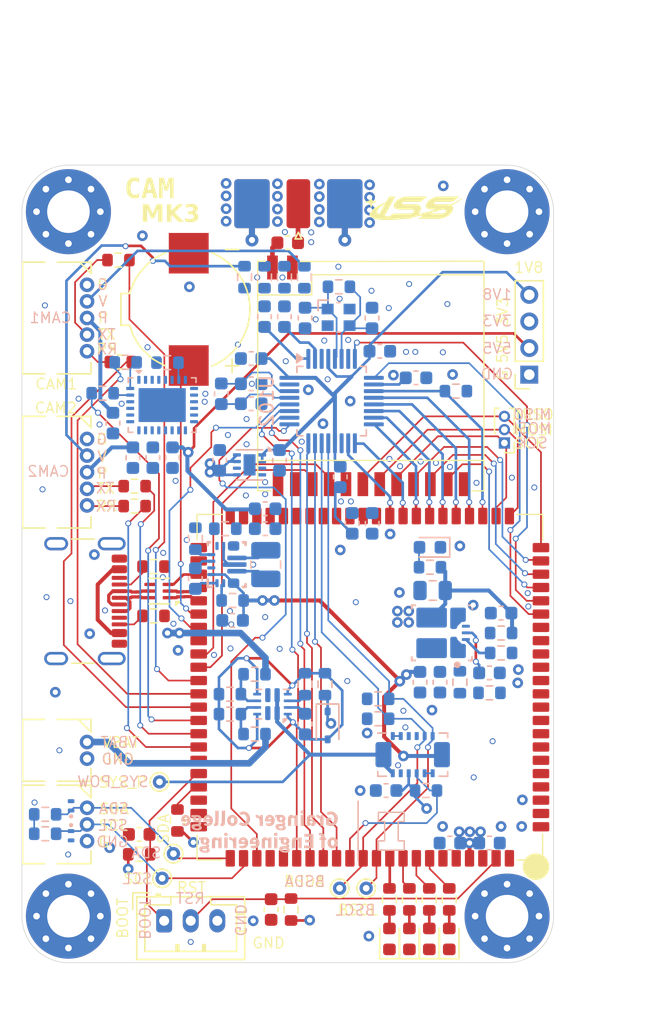
<source format=kicad_pcb>
(kicad_pcb (version 20241229) (generator "pcbnew") (generator_version "9.0")
  (title_block (title "CAM MK3") (date "2025-12-02") (rev "A") (company "Illinois Space Society") (comment 4 "Contributors: Rohan Das, Eddie Tang"))
  (layers (0 "F.Cu" signal) (4 "In1.Cu" signal) (6 "In2.Cu" signal) (2 "B.Cu" signal) (13 "F.Paste" user) (15 "B.Paste" user) (5 "F.SilkS" user "F.Silkscreen") (7 "B.SilkS" user "B.Silkscreen") (1 "F.Mask" user) (3 "B.Mask" user) (25 "Edge.Cuts" user))
  (net 0 "")
  (net 1 "GND")
  (net 2 "/BUZZER")
  (net 3 "+3V3")
  (net 4 "+1V8")
  (net 5 "Net-(U102-AIP1B)")
  (net 6 "Net-(C101-Pad1)")
  (net 7 "Net-(U102-XTAL2)")
  (net 8 "Net-(U102-XTAL1{slash}OSC)")
  (net 9 "Net-(U102-REFP)")
  (net 10 "Net-(U102-REFM)")
  (net 11 "Net-(U102-AIP1A)")
  (net 12 "Net-(C106-Pad1)")
  (net 13 "Net-(J106-In)")
  (net 14 "/Si4463_EN")
  (net 15 "/BOOT_SW")
  (net 16 "+5V5")
  (net 17 "/VREG_IN")
  (net 18 "Net-(U201-VAUX)")
  (net 19 "Net-(U202-EN)")
  (net 20 "Net-(U202-FB)")
  (net 21 "/Power/PMUX_GND")
  (net 22 "Net-(D103-A)")
  (net 23 "/RESET_SW")
  (net 24 "/CAM_2_POW")
  (net 25 "/CAM_1_POW")
  (net 26 "/SDA")
  (net 27 "/SCL")
  (net 28 "Net-(U203-SS)")
  (net 29 "Net-(D104-A)")
  (net 30 "Net-(D105-A)")
  (net 31 "Net-(D102-A)")
  (net 32 "Net-(D202-A)")
  (net 70 "/USB_POWER")
  (net 71 "Net-(J101-CC1)")
  (net 72 "/D+")
  (net 73 "/D-")
  (net 74 "Net-(J101-CC2)")
  (net 76 "/VBAT")
  (net 77 "Net-(J104-Pin_5)")
  (net 78 "/VIDEO_1")
  (net 79 "Net-(J104-Pin_4)")
  (net 80 "/VIDEO_2")
  (net 81 "Net-(J107-Pin_5)")
  (net 82 "Net-(J107-Pin_4)")
  (net 83 "/SPI_MOSI")
  (net 84 "/SPI_SCK")
  (net 85 "/SPI_MISO")
  (net 86 "Net-(U201-L2)")
  (net 87 "Net-(U201-L1)")
  (net 88 "Net-(U101-GPIO36)")
  (net 89 "/YOUT7")
  (net 90 "Net-(U105-EN1)")
  (net 91 "Net-(U105-EN2)")
  (net 92 "Net-(U105-CL)")
  (net 93 "/ON_OFF_1")
  (net 94 "Net-(U201-EN)")
  (net 95 "/SENSE_ALERT")
  (net 96 "/BOARD_SDA")
  (net 97 "/BOARD_SCL")
  (net 98 "Net-(U203-OV1)")
  (net 99 "Net-(U203-OV2)")
  (net 100 "/RX_1")
  (net 101 "/TX_1")
  (net 102 "/RX_2")
  (net 103 "/TX_2")
  (net 104 "Net-(U201-FB)")
  (net 105 "/LED_RED")
  (net 106 "/LED_ORANGE")
  (net 107 "/LED_GREEN")
  (net 108 "/LED_BLUE")
  (net 109 "/ON_OFF_2")
  (net 110 "Net-(U203-ILM)")
  (net 112 "/SYS_POWER")
  (net 113 "/AVID")
  (net 114 "/RESET_VD")
  (net 115 "/HSYNC")
  (net 116 "/PDN")
  (net 117 "/YOUT2")
  (net 118 "/YOUT4")
  (net 119 "/VSYNC")
  (net 120 "/FID{slash}GLCO")
  (net 121 "/YOUT3")
  (net 122 "/SCLK")
  (net 123 "/YOUT5")
  (net 124 "/YOUT6")
  (net 125 "/YOUT0")
  (net 126 "/GPCL{slash}VBLK")
  (net 127 "/YOUT1")
  (net 132 "/Si4463_GPIO0")
  (net 137 "/Si4463_CS")
  (net 140 "/Si4463_nIRQ")
  (net 144 "/USB_D+")
  (net 145 "/Si4463_ANT")
  (net 152 "/USB_D-")
  (net 159 "/Si4463_GPIO1")
  (net 171 "Net-(U106-IN-)")
  (net 172 "Net-(U106-IN+)")
  (footprint "Capacitor_SMD:C_0603_1608Metric" (layer "F.Cu") (at 138.825 120.35 180)
    (property "Reference" "C111" (hide yes))
    (property "Value" "100nF")
  )
  (footprint "Resistor_SMD:R_0603_1608Metric" (layer "F.Cu") (at 139.9 100.2 180)
    (property "Reference" "R112" (hide yes))
    (property "Value" "5.1k")
  )
  (footprint "Resistor_SMD:R_0603_1608Metric" (layer "F.Cu") (at 160.65 125.2375 -90)
    (property "Reference" "R123" (hide yes))
    (property "Value" "470" (hide yes))
  )
  (footprint "Connector_Molex_Micro-Lock-Plus:Molex_Micro-Lock_2200980571_1x05_P1.25mm_Horizontal" (layer "F.Cu") (at 132.65 81.5 -90)
    (property "Reference" "J104" (hide yes))
    (property "Value" "Conn_01x05" (hide yes))
  )
  (footprint "Connector_USB:USB_C_Receptacle_GCT_USB4105-xx-A_16P_TopMnt_Horizontal" (layer "F.Cu") (at 133.65 102.8 -90)
    (property "Reference" "J101" (hide yes))
    (property "Value" "USB4105-GF-A" (hide yes))
  )
  (footprint "Package_DFN_QFN:ST_UQFN-6L_1.5x1.7mm_P0.5mm" (layer "F.Cu") (at 140.3125 102.0425 180)
    (property "Reference" "U104" (hide yes))
    (property "Value" "ECMF02-2AMX6" (hide yes))
  )
  (footprint "Connector_Molex_Micro-Lock-Plus:Molex_Micro-Lock_2200980271_1x02_P1.25mm_Horizontal" (layer "F.Cu") (at 132.9 114.025 -90)
    (property "Reference" "J102" (hide yes))
    (property "Value" "2200980271" (hide yes))
  )
  (footprint "Resistor_SMD:R_0603_1608Metric" (layer "F.Cu") (at 139.9 103.91 180)
    (property "Reference" "R113" (hide yes))
    (property "Value" "5.1k")
  )
  (footprint "Connector_PinSocket_2.00mm:PinSocket_1x04_P2.00mm_Vertical" (layer "F.Cu") (at 168.17 85.76 180)
    (property "Reference" "J111" (hide yes))
    (property "Value" "Conn_01x04")
  )
  (footprint "TestPoint:TestPoint_THTPad_D1.0mm_Drill0.5mm" (layer "F.Cu") (at 140.35 116.4 -90)
    (property "Reference" "TP201" (hide yes))
    (property "Value" "TestPoint" (hide yes))
  )
  (footprint "Resistor_SMD:R_0603_1608Metric" (layer "F.Cu") (at 141.7 119.3 -90)
    (property "Reference" "R106" (hide yes))
    (property "Value" "10K")
  )
  (footprint "LED_SMD:LED_0603_1608Metric" (layer "F.Cu") (at 157.65 128.2125 90)
    (property "Reference" "D102" (hide yes))
    (property "Value" "RED LED" (hide yes))
  )
  (footprint "Resistor_SMD:R_0603_1608Metric" (layer "F.Cu") (at 138.4808 95.65)
    (property "Reference" "R118" (hide yes))
    (property "Value" "220")
  )
  (footprint "Resistor_SMD:R_0603_1608Metric" (layer "F.Cu") (at 137.4394 84.8106)
    (property "Reference" "R116" (hide yes))
    (property "Value" "220")
  )
  (footprint "Connector_Molex_Micro-Lock-Plus:Molex_Micro-Lock_2200980371_1x03_P1.25mm_Horizontal" (layer "F.Cu") (at 132.9 119.6 -90)
    (property "Reference" "J105" (hide yes))
    (property "Value" "Conn_01x03" (hide yes))
  )
  (footprint "MountingHole:MountingHole_3.2mm_M3_Pad_Via" (layer "F.Cu") (at 133.5 126.5)
    (property "Reference" "H103" (hide yes))
    (property "Value" "MountingHole")
  )
  (footprint "LED_SMD:LED_0603_1608Metric" (layer "F.Cu") (at 159.15 128.2125 90)
    (property "Reference" "D103" (hide yes))
    (property "Value" "ORANGE LED" (hide yes))
  )
  (footprint "Resistor_SMD:R_0603_1608Metric" (layer "F.Cu") (at 157.65 125.2375 -90)
    (property "Reference" "R121" (hide yes))
    (property "Value" "470" (hide yes))
  )
  (footprint "LED_SMD:LED_0603_1608Metric" (layer "F.Cu") (at 160.65 128.2125 90)
    (property "Reference" "D104" (hide yes))
    (property "Value" "GREEN LED" (hide yes))
  )
  (footprint "Connector_JST:JST_PH_B3B-PH-K_1x03_P2.00mm_Vertical" (layer "F.Cu") (at 140.7 126.85)
    (property "Reference" "J108" (hide yes))
    (property "Value" "Conn_01x03" (hide yes))
  )
  (footprint "MCU_ESP32:ESP32-P4-Module" (layer "F.Cu") (at 156.175 109.275 180)
    (property "Reference" "U101" (hide yes))
    (property "Value" "ESP32-P4-Module" (hide yes))
  )
  (footprint "Resistor_SMD:R_0603_1608Metric" (layer "F.Cu") (at 159.15 125.2375 -90)
    (property "Reference" "R122" (hide yes))
    (property "Value" "470" (hide yes))
  )
  (footprint "Resistor_SMD:R_0603_1608Metric" (layer "F.Cu") (at 138.825 121.85 180)
    (property "Reference" "R107" (hide yes))
    (property "Value" "10K")
  )
  (footprint "Connector_PinHeader_1.00mm:PinHeader_1x03_P1.00mm_Vertical" (layer "F.Cu") (at 166.3 90.9 180)
    (property "Reference" "J103" (hide yes))
    (property "Value" "Conn_01x03" (hide yes))
  )
  (footprint "TestPoint:TestPoint_THTPad_D1.0mm_Drill0.5mm" (layer "F.Cu") (at 140.55 123.65 -90)
    (property "Reference" "TP101" (hide yes))
    (property "Value" "TestPoint" (hide yes))
  )
  (footprint "MountingHole:MountingHole_3.2mm_M3_Pad_Via" (layer "F.Cu") (at 166.5 73.5)
    (property "Reference" "H102" (hide yes))
    (property "Value" "MountingHole")
  )
  (footprint "MountingHole:MountingHole_3.2mm_M3_Pad_Via" (layer "F.Cu") (at 133.5 73.5)
    (property "Reference" "H101" (hide yes))
    (property "Value" "MountingHole")
  )
  (footprint "Connector_Coaxial:SMA_Molex_73251-2120_EdgeMount_Horizontal" (layer "F.Cu") (at 150.8 72.65 90)
    (property "Reference" "J106" (hide yes))
    (property "Value" "SMA" (hide yes))
  )
  (footprint "TestPoint:TestPoint_THTPad_D1.0mm_Drill0.5mm" (layer "F.Cu") (at 141.4 121.8 -90)
    (property "Reference" "TP102" (hide yes))
    (property "Value" "TestPoint" (hide yes))
  )
  (footprint "LED_SMD:LED_0603_1608Metric" (layer "F.Cu") (at 162.15 128.2125 90)
    (property "Reference" "D105" (hide yes))
    (property "Value" "BLUE LED" (hide yes))
  )
  (footprint "Resistor_SMD:R_0603_1608Metric" (layer "F.Cu") (at 138.4808 94.15)
    (property "Reference" "R119" (hide yes))
    (property "Value" "220")
  )
  (footprint "TestPoint:TestPoint_THTPad_D1.0mm_Drill0.5mm" (layer "F.Cu") (at 153.9 124.4 -90)
    (property "Reference" "TP104" (hide yes))
    (property "Value" "TestPoint" (hide yes))
  )
  (footprint "Resistor_SMD:R_0603_1608Metric" (layer "F.Cu") (at 137.2616 77.1398)
    (property "Reference" "R117" (hide yes))
    (property "Value" "220")
  )
  (footprint "RF_Module_NiceRF:RF4463PRO" (layer "F.Cu") (at 156.515 85.325 90)
    (property "Reference" "U103" (hide yes))
    (property "Value" "RF4463PRO" (hide yes))
  )
  (footprint "Logos_ISS:ISS_LOGO_even more extreme small" (layer "F.Cu") (at 159.7 73.3)
    (property "Reference" "G***" (hide yes))
    (property "Value" "LOGO" (hide yes))
  )
  (footprint "Resistor_SMD:R_0603_1608Metric" (layer "F.Cu") (at 150.25 126 -90)
    (property "Reference" "R126" (hide yes))
    (property "Value" "20k")
  )
  (footprint "Capacitor_SMD:C_0603_1608Metric" (layer "F.Cu") (at 149.99694 75.839525 180)
    (property "Reference" "C122" (hide yes))
    (property "Value" "100pF" (hide yes))
  )
  (footprint "MountingHole:MountingHole_3.2mm_M3_Pad_Via" (layer "F.Cu") (at 166.5 126.5)
    (property "Reference" "H104" (hide yes))
    (property "Value" "MountingHole")
  )
  (footprint "Connector_Molex_Micro-Lock-Plus:Molex_Micro-Lock_2200980571_1x05_P1.25mm_Horizontal" (layer "F.Cu") (at 132.65 93.1 -90)
    (property "Reference" "J107" (hide yes))
    (property "Value" "Conn_01x05" (hide yes))
  )
  (footprint "TestPoint:TestPoint_THTPad_D1.0mm_Drill0.5mm" (layer "F.Cu") (at 155.9 124.4 -90)
    (property "Reference" "TP103" (hide yes))
    (property "Value" "TestPoint" (hide yes))
  )
  (footprint "Capacitor_SMD:C_0603_1608Metric" (layer "F.Cu") (at 148.75 126 -90)
    (property "Reference" "C123" (hide yes))
    (property "Value" "1uF")
  )
  (footprint "Buzzer:Buzzer_SMTB-0927-TW-R" (layer "F.Cu") (at 142.55 80.85 180)
    (property "Reference" "BZ101" (hide yes))
    (property "Value" "Buzzer" (hide yes))
  )
  (footprint "Resistor_SMD:R_0603_1608Metric" (layer "F.Cu") (at 162.15 125.2375 -90)
    (property "Reference" "R124" (hide yes))
    (property "Value" "470" (hide yes))
  )
  (footprint "Resistor_SMD:R_0603_1608Metric" (layer "B.Cu") (at 162.95 108.9 -90)
    (property "Reference" "R202" (hide yes))
    (property "Value" "22.1k")
  )
  (footprint "LED_SMD:LED_0603_1608Metric" (layer "B.Cu") (at 160.7 98.75 180)
    (property "Reference" "D202" (hide yes))
    (property "Value" "RED LED" (hide yes))
  )
  (footprint "Capacitor_SMD:C_0603_1608Metric" (layer "B.Cu") (at 145.85 104.25 180)
    (property "Reference" "C202" (hide yes))
    (property "Value" "10uF")
  )
  (footprint "Resistor_SMD:R_0603_1608Metric" (layer "B.Cu") (at 143.05 98.1 -90)
    (property "Reference" "R210" (hide yes))
    (property "Value" "100k")
  )
  (footprint "Inductor_SMD:L_1008_2520Metric" (layer "B.Cu") (at 148.35 100.05 90)
    (property "Reference" "L201" (hide yes))
    (property "Value" "1.5uH" (hide yes))
  )
  (footprint "Capacitor_SMD:C_0603_1608Metric" (layer "B.Cu") (at 149.380442 92.208514 -90)
    (property "Reference" "C212" (hide yes))
    (property "Value" "1uF" (hide yes))
  )
  (footprint "Capacitor_SMD:C_0603_1608Metric" (layer "B.Cu") (at 143.05 101.1 -90)
    (property "Reference" "C204" (hide yes))
    (property "Value" "100nF")
  )
  (footprint "Capacitor_SMD:C_0603_1608Metric" (layer "B.Cu") (at 138.35 92.0075 -90)
    (property "Reference" "C119" (hide yes))
    (property "Value" "22nF" (hide yes))
  )
  (footprint "Resistor_SMD:R_0603_1608Metric" (layer "B.Cu") (at 145.65 109.8 180)
    (property "Reference" "R205" (hide yes))
    (property "Value" "5.1k")
  )
  (footprint "Capacitor_SMD:C_0603_1608Metric" (layer "B.Cu") (at 166.05 103.7 180)
    (property "Reference" "C206" (hide yes))
    (property "Value" "22pF")
  )
  (footprint "Resistor_SMD:R_0603_1608Metric" (layer "B.Cu") (at 166.05 105.2 180)
    (property "Reference" "R211" (hide yes))
    (property "Value" "135k")
  )
  (footprint "Capacitor_SMD:C_0603_1608Metric" (layer "B.Cu") (at 151.3 81.5 90)
    (property "Reference" "C103" (hide yes))
    (property "Value" "19pF" (hide yes))
  )
  (footprint "Capacitor_SMD:C_0603_1608Metric" (layer "B.Cu") (at 147.25 86.45 180)
    (property "Reference" "C105" (hide yes))
    (property "Value" "1uF")
  )
  (footprint "Resistor_SMD:R_0603_1608Metric" (layer "B.Cu") (at 165.175 109.7)
    (property "Reference" "R203" (hide yes))
    (property "Value" "10k")
  )
  (footprint "Resistor_SMD:R_0603_1608Metric" (layer "B.Cu") (at 140.95 84.8575 180)
    (property "Reference" "R111" (hide yes))
    (property "Value" "680")
  )
  (footprint "Capacitor_SMD:C_0603_1608Metric" (layer "B.Cu") (at 156.925 84 180)
    (property "Reference" "C114" (hide yes))
    (property "Value" "100nF")
  )
  (footprint "Capacitor_SMD:C_0603_1608Metric" (layer "B.Cu") (at 144.880442 92.208514 90)
    (property "Reference" "C211" (hide yes))
    (property "Value" "1uF" (hide yes))
  )
  (footprint "Resistor_SMD:R_0603_1608Metric" (layer "B.Cu") (at 151.25 78.430372 -90)
    (property "Reference" "R102" (hide yes))
    (property "Value" "37.4")
  )
  (footprint "Resistor_SMD:R_0603_1608Metric" (layer "B.Cu") (at 148.25 78.430372 -90)
    (property "Reference" "R103" (hide yes))
    (property "Value" "37.4")
  )
  (footprint "Capacitor_SMD:C_0603_1608Metric" (layer "B.Cu") (at 156.35 96.95 -90)
    (property "Reference" "C116" (hide yes))
    (property "Value" "100nF" (hide yes))
  )
  (footprint "Resistor_SMD:R_0603_1608Metric" (layer "B.Cu") (at 160.7 100.25 180)
    (property "Reference" "R214" (hide yes))
    (property "Value" "470")
  )
  (footprint "Capacitor_SMD:C_0603_1608Metric" (layer "B.Cu") (at 159.95 108.9 -90)
    (property "Reference" "C201" (hide yes))
    (property "Value" "10uF")
  )
  (footprint "Resistor_SMD:R_0603_1608Metric" (layer "B.Cu") (at 147.5 108.3 180)
    (property "Reference" "R204" (hide yes))
    (property "Value" "19.6k")
  )
  (footprint "Package_WQFN:WQFN-RLH0028A" (layer "B.Cu") (at 140.55 88.05 -90)
    (property "Reference" "U105" (hide yes))
    (property "Value" "TPS274160B" (hide yes))
  )
  (footprint "Resistor_SMD:R_0603_1608Metric" (layer "B.Cu") (at 136.075 87.1575)
    (property "Reference" "R109" (hide yes))
    (property "Value" "10k")
  )
  (footprint "Package_QFN:QFN-FCMOD-RDX0007A" (layer "B.Cu") (at 161.5 105.187499 90)
    (property "Reference" "U202" (hide yes))
    (property "Value" "TPSM863252" (hide yes))
  )
  (footprint "Capacitor_SMD:C_0603_1608Metric" (layer "B.Cu") (at 157.400001 117.05 180)
    (property "Reference" "C121" (hide yes))
    (property "Value" "100nF" (hide yes))
  )
  (footprint "Resistor_SMD:R_0603_1608Metric" (layer "B.Cu") (at 146.75 78.425 -90)
    (property "Reference" "R104" (hide yes))
    (property "Value" "37.4")
  )
  (footprint "memes:Grainger_smaller" (layer "B.Cu") (at 151.420035 119.791482)
    (property "Reference" "G***" (hide yes))
    (property "Value" "LOGO" (hide yes))
  )
  (footprint "Capacitor_SMD:C_0603_1608Metric" (layer "B.Cu") (at 136.85 89.4075 -90)
    (property "Reference" "C120" (hide yes))
    (property "Value" "22nF")
  )
  (footprint "Package_SON:Texas_DPY0002A_0.6x1mm_P0.65mm" (layer "B.Cu") (at 133.7 118.2 90)
    (property "Reference" "D101" (hide yes))
    (property "Value" "ESD321")
  )
  (footprint "Resistor_SMD:R_0603_1608Metric" (layer "B.Cu") (at 137.8072 84.836)
    (property "Reference" "R110" (hide yes))
    (property "Value" "10k")
  )
  (footprint "Resistor_SMD:R_0603_1608Metric" (layer "B.Cu") (at 145.65 111.3 180)
    (property "Reference" "R207" (hide yes))
    (property "Value" "5.1k")
  )
  (footprint "Diode_SMD:D_SOD-323" (layer "B.Cu") (at 153 112.15 -90)
    (property "Reference" "D201" (hide yes))
    (property "Value" "BAS416" (hide yes))
  )
  (footprint "Capacitor_SMD:C_0603_1608Metric" (layer "B.Cu") (at 145 87.2 90)
    (property "Reference" "C107" (hide yes))
    (property "Value" "1uF")
  )
  (footprint "Package_SON:Texas_DSG0008A_WSON-8-1EP_2x2mm_P0.5mm_EP0.9x1.6mm" (layer "B.Cu") (at 147.125001 92.55 180)
    (property "Reference" "U204" (hide yes))
    (property "Value" "TPS7A21-Q1" (hide yes))
  )
  (footprint "Capacitor_SMD:C_0603_1608Metric" (layer "B.Cu") (at 153.95 93.45 90)
    (property "Reference" "C109" (hide yes))
    (property "Value" "100nF")
  )
  (footprint "Capacitor_SMD:C_0603_1608Metric" (layer "B.Cu") (at 139.85 92.0075 -90)
    (property "Reference" "C117" (hide yes))
    (property "Value" "100nF")
  )
  (footprint "Resistor_SMD:R_0603_1608Metric" (layer "B.Cu") (at 147.5 112.8 180)
    (property "Reference" "R206" (hide yes))
    (property "Value" "39k")
  )
  (footprint "Crystal:Crystal_SMD_Abracon_ABM10-4Pin_2.5x2.0mm" (layer "B.Cu") (at 153.825 81.45 -90)
    (property "Reference" "Y101" (hide yes))
    (property "Value" "ABM10" (hide yes))
  )
  (footprint "Resistor_SMD:R_0603_1608Metric" (layer "B.Cu") (at 131.75 120.3)
    (property "Reference" "R127" (hide yes))
    (property "Value" "2.2k")
  )
  (footprint "Capacitor_SMD:C_0603_1608Metric" (layer "B.Cu") (at 162.2 121 180)
    (property "Reference" "C110" (hide yes))
    (property "Value" "100nF")
  )
  (footprint "Capacitor_SMD:C_0603_1608Metric" (layer "B.Cu") (at 147.25 87.95 180)
    (property "Reference" "C104" (hide yes))
    (property "Value" "1uF")
  )
  (footprint "Capacitor_SMD:C_0603_1608Metric" (layer "B.Cu") (at 148.3 95.85)
    (property "Reference" "C207" (hide yes))
    (property "Value" "47uF")
  )
  (footprint "Resistor_SMD:R_0603_1608Metric" (layer "B.Cu") (at 166.05 106.7)
    (property "Reference" "R212" (hide yes))
    (property "Value" "30k")
  )
  (footprint "Capacitor_SMD:C_0603_1608Metric" (layer "B.Cu") (at 154.85 96.95 -90)
    (property "Reference" "C115" (hide yes))
    (property "Value" "1uF")
  )
  (footprint "Package_VQFN:VQFN-RNM0015A" (layer "B.Cu") (at 145.4 100.05)
    (property "Reference" "U201" (hide yes))
    (property "Value" "TPS63070" (hide yes))
  )
  (footprint "Resistor_SMD:R_0603_1608Metric" (layer "B.Cu") (at 149.75 78.430372 -90)
    (property "Reference" "R101" (hide yes))
    (property "Value" "37.4")
  )
  (footprint "Capacitor_SMD:C_0603_1608Metric" (layer "B.Cu") (at 165.175 108.2)
    (property "Reference" "C205" (hide yes))
    (property "Value" "10nF")
  )
  (footprint "Resistor_SMD:R_0603_1608Metric" (layer "B.Cu") (at 153.85 79.15)
    (property "Reference" "R105" (hide yes))
    (property "Value" "100k")
  )
  (footprint "Resistor_SMD:R_0603_1608Metric" (layer "B.Cu") (at 162.65 87 180)
    (property "Reference" "R108" (hide yes))
    (property "Value" "10k")
  )
  (footprint "Package_QFP:LQFP-32_5x5mm_P0.5mm" (layer "B.Cu") (at 153.3 87.75 -90)
    (property "Reference" "U102")
    (property "Value" "TVP5151")
  )
  (footprint "Package_DFN_QFN:Texas_VQFN-HR-12_2x2.5mm_P0.5mm" (layer "B.Cu") (at 148.85 110.55 90)
    (property "Reference" "U203" (hide yes))
    (property "Value" "TPS2121" (hide yes))
  )
  (footprint "Package_VQFN:VQFN-REL0014B" (layer "B.Cu") (at 159.4 114.35 -90)
    (property "Reference" "U106" (hide yes))
    (property "Value" "INA745x" (hide yes))
  )
  (footprint "Resistor_SMD:R_0603_1608Metric" (layer "B.Cu") (at 156.8 110.15)
    (property "Reference" "R115" (hide yes))
    (property "Value" "4.7k")
  )
  (footprint "Capacitor_SMD:C_0603_1608Metric" (layer "B.Cu") (at 151.3 112.05 90)
    (property "Reference" "C210" (hide yes))
    (property "Value" "1uF")
  )
  (footprint "Capacitor_SMD:C_0805_2012Metric" (layer "B.Cu") (at 160.9 102 180)
    (property "Reference" "C209" (hide yes))
    (property "Value" "33uF" (hide yes))
  )
  (footprint "Resistor_SMD:R_0603_1608Metric" (layer "B.Cu") (at 131.75 118.840122 180)
    (property "Reference" "R125" (hide yes))
    (property "Value" "2.2k")
  )
  (footprint "Resistor_SMD:R_0603_1608Metric" (layer "B.Cu") (at 160.400001 117.05)
    (property "Reference" "R120" (hide yes))
    (property "Value" "10k")
  )
  (footprint "Resistor_SMD:R_0603_1608Metric" (layer "B.Cu") (at 145.85 102.75 180)
    (property "Reference" "R201" (hide yes))
    (property "Value" "10k")
  )
  (footprint "Capacitor_SMD:C_0603_1608Metric" (layer "B.Cu") (at 161.45 108.9 -90)
    (property "Reference" "C203" (hide yes))
    (property "Value" "100nF" (hide yes))
  )
  (footprint "Capacitor_SMD:C_0603_1608Metric" (layer "B.Cu") (at 149.75 81.4 -90)
    (property "Reference" "C101" (hide yes))
    (property "Value" "100nF")
  )
  (footprint "Package_SON:Texas_DPY0002A_0.6x1mm_P0.65mm" (layer "B.Cu") (at 133.7 120.45 -90)
    (property "Reference" "D106" (hide yes))
    (property "Value" "ESD321")
  )
  (footprint "Capacitor_SMD:C_0603_1608Metric" (layer "B.Cu") (at 165.175 121)
    (property "Reference" "C113" (hide yes))
    (property "Value" "22uF")
  )
  (footprint "Resistor_SMD:R_0603_1608Metric" (layer "B.Cu") (at 145.3 97.35 180)
    (property "Reference" "R209" (hide yes))
    (property "Value" "590k")
  )
  (footprint "Capacitor_SMD:C_0603_1608Metric" (layer "B.Cu") (at 159.65 86)
    (property "Reference" "C108" (hide yes))
    (property "Value" "100nF")
  )
  (footprint "Capacitor_SMD:C_0603_1608Metric" (layer "B.Cu") (at 148.25 81.396917 -90)
    (property "Reference" "C106" (hide yes))
    (property "Value" "100nF")
  )
  (footprint "Capacitor_SMD:C_0603_1608Metric" (layer "B.Cu") (at 141.329349 92.0075 -90)
    (property "Reference" "C118" (hide yes))
    (property "Value" "100nF")
  )
  (footprint "Resistor_SMD:R_0603_1608Metric" (layer "B.Cu") (at 152.8 109.05 -90)
    (property "Reference" "R208" (hide yes))
    (property "Value" "0" (hide yes))
  )
  (footprint "Capacitor_SMD:C_0603_1608Metric" (layer "B.Cu") (at 156.34022 81.5 -90)
    (property "Reference" "C102" (hide yes))
    (property "Value" "19pF" (hide yes))
  )
  (footprint "Resistor_SMD:R_0603_1608Metric" (layer "B.Cu") (at 151.3 109.05 -90)
    (property "Reference" "R213" (hide yes))
    (property "Value" "21.5k")
  )
  (footprint "Capacitor_SMD:C_0603_1608Metric" (layer "B.Cu") (at 147.25 84.55)
    (property "Reference" "C112" (hide yes))
    (property "Value" "100nF")
  )
  (footprint "Capacitor_SMD:C_0603_1608Metric" (layer "B.Cu") (at 148.3 97.35)
    (property "Reference" "C208" (hide yes))
    (property "Value" "10uF")
  )
  (footprint "Resistor_SMD:R_0603_1608Metric" (layer "B.Cu") (at 156.8 111.65)
    (property "Reference" "R114" (hide yes))
    (property "Value" "4.7k")
  )
  (gr_line (start 170 73.5) (end 170 126.5) (stroke (width 0.05)) (layer "Edge.Cuts"))
  (gr_arc (start 170 126.5) (mid 168.974874 128.974874) (end 166.5 130) (stroke (width 0.05)) (layer "Edge.Cuts"))
  (gr_arc (start 130 73.5) (mid 131.025126 71.025126) (end 133.5 70) (stroke (width 0.05)) (layer "Edge.Cuts"))
  (gr_arc (start 166.5 70) (mid 168.974874 71.025126) (end 170 73.5) (stroke (width 0.05)) (layer "Edge.Cuts"))
  (gr_line (start 133.5 70) (end 166.5 70) (stroke (width 0.05)) (layer "Edge.Cuts"))
  (gr_line (start 166.5 130) (end 133.5 130) (stroke (width 0.05)) (layer "Edge.Cuts"))
  (gr_arc (start 133.5 130) (mid 131.025126 128.974874) (end 130 126.5) (stroke (width 0.05)) (layer "Edge.Cuts"))
  (gr_line (start 130 126.5) (end 130 73.5) (stroke (width 0.05)) (layer "Edge.Cuts"))
  (gr_text "SYS_P" (at 135.7 116.9 0) (layer "F.SilkS") (effects (font (size 0.8 0.8) (thickness 0.1)) (justify left bottom)))
  (gr_text "BSDA" (at 149.65 124.35 0) (layer "F.SilkS") (effects (font (size 0.8 0.8) (thickness 0.1)) (justify left bottom)))
  (gr_text "G" (at 135.5598 91.0844 0) (layer "F.SilkS") (effects (font (size 0.8 0.8) (thickness 0.1)) (justify left bottom)))
  (gr_text "CAM\n" (at 139.5984 71.8566 0) (layer "F.SilkS") (effects (font (size 1.5 1.5) (thickness 0.3) (bold yes))))
  (gr_text "G" (at 135.6106 79.4258 0) (layer "F.SilkS") (effects (font (size 0.8 0.8) (thickness 0.1)) (justify left bottom)))
  (gr_text "CAM2" (at 130.9 88.73 0) (layer "F.SilkS") (effects (font (size 0.8 0.8) (thickness 0.1)) (justify left bottom)))
  (gr_text "SDA" (at 135.75 118.9 0) (layer "F.SilkS") (effects (font (size 0.8 0.8) (thickness 0.1)) (justify left bottom)))
  (gr_text "BSCL" (at 153.7 126.5 0) (layer "F.SilkS") (effects (font (size 0.8 0.8) (thickness 0.1)) (justify left bottom)))
  (gr_text "P" (at 135.6 93.65 0) (layer "F.SilkS") (effects (font (size 0.8 0.8) (thickness 0.1)) (justify left bottom)))
  (gr_text "GND" (at 135.95 115.15 0) (layer "F.SilkS") (effects (font (size 0.8 0.8) (thickness 0.1)) (justify left bottom)))
  (gr_text "G" (at 135.7 121.4 0) (layer "F.SilkS") (effects (font (size 0.8 0.8) (thickness 0.1)) (justify left bottom)))
  (gr_text "RX" (at 135.5598 84.3026 0) (layer "F.SilkS") (effects (font (size 0.8 0.8) (thickness 0.1)) (justify left bottom)))
  (gr_text "RX" (at 135.5344 96.1136 0) (layer "F.SilkS") (effects (font (size 0.8 0.8) (thickness 0.1)) (justify left bottom)))
  (gr_text "BOOT" (at 138.05 128.26 90) (layer "F.SilkS") (effects (font (size 0.8 0.8) (thickness 0.1)) (justify left bottom)))
  (gr_text "SDA" (at 141.12 121.11 90) (layer "F.SilkS") (effects (font (size 0.8 0.8) (thickness 0.1)) (justify left bottom)))
  (gr_text "SCL" (at 137.5664 124.1552 0) (layer "F.SilkS") (effects (font (size 0.8 0.8) (thickness 0.1)) (justify left bottom)))
  (gr_text "V" (at 135.65 92.4 0) (layer "F.SilkS") (effects (font (size 0.8 0.8) (thickness 0.1)) (justify left bottom)))
  (gr_text "1V8" (at 166.96 78.17 0) (layer "F.SilkS") (effects (font (size 0.8 0.8) (thickness 0.1)) (justify left bottom)))
  (gr_text "MISO" (at 167.045 89.2275 0) (layer "F.SilkS") (effects (font (size 0.8 0.8) (thickness 0.1)) (justify left bottom)))
  (gr_text "P" (at 135.65 81.95 0) (layer "F.SilkS") (effects (font (size 0.8 0.8) (thickness 0.1)) (justify left bottom)))
  (gr_text "GND" (at 147.27 128.99 0) (layer "F.SilkS") (effects (font (size 0.8 0.8) (thickness 0.1)) (justify left bottom)))
  (gr_text "RST" (at 141.6 124.8156 0) (layer "F.SilkS") (effects (font (size 0.8 0.8) (thickness 0.1)) (justify left bottom)))
  (gr_text "5V5" (at 166.62 84.98 90) (layer "F.SilkS") (effects (font (size 0.8 0.8) (thickness 0.1)) (justify left bottom)))
  (gr_text "TX" (at 135.63 83.21 0) (layer "F.SilkS") (effects (font (size 0.8 0.8) (thickness 0.1)) (justify left bottom)))
  (gr_text "TX" (at 135.5544 94.7928 0) (layer "F.SilkS") (effects (font (size 0.8 0.8) (thickness 0.1)) (justify left bottom)))
  (gr_text "3V3" (at 166.64 82.19 90) (layer "F.SilkS") (effects (font (size 0.8 0.8) (thickness 0.1)) (justify left bottom)))
  (gr_text "CAM1" (at 130.94 86.93 0) (layer "F.SilkS") (effects (font (size 0.8 0.8) (thickness 0.1)) (justify left bottom)))
  (gr_text "V" (at 135.7 80.7 0) (layer "F.SilkS") (effects (font (size 0.8 0.8) (thickness 0.1)) (justify left bottom)))
  (gr_text "VBAT" (at 136 113.9 0) (layer "F.SilkS") (effects (font (size 0.8 0.8) (thickness 0.1)) (justify left bottom)))
  (gr_text "MK3" (at 138.9284 74.4866 0) (layer "F.SilkS") (effects (font (size 1.3 1.3) (thickness 0.25) (bold yes)) (justify left bottom)))
  (gr_text "SCK" (at 166.97 91.4 0) (layer "F.SilkS") (effects (font (size 0.8 0.8) (thickness 0.1)) (justify left bottom)))
  (gr_text "MOSI" (at 166.99 90.41 0) (layer "F.SilkS") (effects (font (size 0.8 0.8) (thickness 0.1)) (justify left bottom)))
  (gr_text "SCL" (at 135.7 120.15 0) (layer "F.SilkS") (effects (font (size 0.8 0.8) (thickness 0.1)) (justify left bottom)))
  (gr_text "G" (at 166.62 86.27 90) (layer "F.SilkS") (effects (font (size 0.8 0.8) (thickness 0.1)) (justify left bottom)))
  (gr_text "V" (at 136.5 80.7 0) (layer "B.SilkS") (effects (font (size 0.8 0.8) (thickness 0.1)) (justify left bottom mirror)))
  (gr_text "BOOT" (at 138.75 128.34 270) (layer "B.SilkS") (effects (font (size 0.8 0.8) (thickness 0.1)) (justify left bottom mirror)))
  (gr_text "RX" (at 137.18 96.13 0) (layer "B.SilkS") (effects (font (size 0.8 0.8) (thickness 0.1)) (justify left bottom mirror)))
  (gr_text "RST" (at 143.83 125.64 0) (layer "B.SilkS") (effects (font (size 0.8 0.8) (thickness 0.1)) (justify left bottom mirror)))
  (gr_text "G" (at 136.4742 91.0844 0) (layer "B.SilkS") (effects (font (size 0.8 0.8) (thickness 0.1)) (justify left bottom mirror)))
  (gr_text "SCL" (at 139.85 124.15 0) (layer "B.SilkS") (effects (font (size 0.8 0.8) (thickness 0.1)) (justify left bottom mirror)))
  (gr_text "GND" (at 167.024286 86.18 0) (layer "B.SilkS") (effects (font (size 0.8 0.8) (thickness 0.1)) (justify left bottom mirror)))
  (gr_text "SYS_POW" (at 139.6 116.85 0) (layer "B.SilkS") (effects (font (size 0.8 0.8) (thickness 0.1)) (justify left bottom mirror)))
  (gr_text "BSDA" (at 152.8826 124.3584 0) (layer "B.SilkS") (effects (font (size 0.8 0.8) (thickness 0.1)) (justify left bottom mirror)))
  (gr_text "SDA" (at 138.11 118.87 0) (layer "B.SilkS") (effects (font (size 0.8 0.8) (thickness 0.1)) (justify left bottom mirror)))
  (gr_text "GND" (at 138.1 121.38 0) (layer "B.SilkS") (effects (font (size 0.8 0.8) (thickness 0.1)) (justify left bottom mirror)))
  (gr_text "5V5" (at 166.91 84.25 0) (layer "B.SilkS") (effects (font (size 0.8 0.8) (thickness 0.1)) (justify left bottom mirror)))
  (gr_text "SDA" (at 140.55 122.2 0) (layer "B.SilkS") (effects (font (size 0.8 0.8) (thickness 0.1)) (justify left bottom mirror)))
  (gr_text "TX" (at 137.12 83.21 0) (layer "B.SilkS") (effects (font (size 0.8 0.8) (thickness 0.1)) (justify left bottom mirror)))
  (gr_text "SCK" (at 169.63 91.37 0) (layer "B.SilkS") (effects (font (size 0.8 0.8) (thickness 0.1)) (justify left bottom mirror)))
  (gr_text "TX" (at 137.01 94.77 0) (layer "B.SilkS") (effects (font (size 0.8 0.8) (thickness 0.1)) (justify left bottom mirror)))
  (gr_text "V" (at 136.42 92.39 0) (layer "B.SilkS") (effects (font (size 0.8 0.8) (thickness 0.1)) (justify left bottom mirror)))
  (gr_text "GND" (at 138.49 115.15 0) (layer "B.SilkS") (effects (font (size 0.8 0.8) (thickness 0.1)) (justify left bottom mirror)))
  (gr_text "CAM2" (at 133.64 93.5 0) (layer "B.SilkS") (effects (font (size 0.8 0.8) (thickness 0.1)) (justify left bottom mirror)))
  (gr_text "P" (at 136.54 81.95 0) (layer "B.SilkS") (effects (font (size 0.8 0.8) (thickness 0.1)) (justify left bottom mirror)))
  (gr_text "1V8" (at 166.91 80.2 0) (layer "B.SilkS") (effects (font (size 0.8 0.8) (thickness 0.1)) (justify left bottom mirror)))
  (gr_text "VBAT" (at 138.76 113.89 0) (layer "B.SilkS") (effects (font (size 0.8 0.8) (thickness 0.1)) (justify left bottom mirror)))
  (gr_text "MOSI" (at 169.9 90.27 0) (layer "B.SilkS") (effects (font (size 0.8 0.8) (thickness 0.1)) (justify left bottom mirror)))
  (gr_text "G" (at 136.5504 79.45 0) (layer "B.SilkS") (effects (font (size 0.8 0.8) (thickness 0.1)) (justify left bottom mirror)))
  (gr_text "3V3" (at 166.91 82.19 0) (layer "B.SilkS") (effects (font (size 0.8 0.8) (thickness 0.1)) (justify left bottom mirror)))
  (gr_text "SCL" (at 138.03 120.13 0) (layer "B.SilkS") (effects (font (size 0.8 0.8) (thickness 0.1)) (justify left bottom mirror)))
  (gr_text "CAM1" (at 133.79 81.95 0) (layer "B.SilkS") (effects (font (size 0.8 0.8) (thickness 0.1)) (justify left bottom mirror)))
  (gr_text "P" (at 136.44 93.66 0) (layer "B.SilkS") (effects (font (size 0.8 0.8) (thickness 0.1)) (justify left bottom mirror)))
  (gr_text "BSCL" (at 156.6672 126.5174 0) (layer "B.SilkS") (effects (font (size 0.8 0.8) (thickness 0.1)) (justify left bottom mirror)))
  (gr_text "RX" (at 137.2616 84.3026 0) (layer "B.SilkS") (effects (font (size 0.8 0.8) (thickness 0.1)) (justify left bottom mirror)))
  (gr_text "GND" (at 145.97 128.09 270) (layer "B.SilkS") (effects (font (size 0.8 0.8) (thickness 0.1)) (justify left bottom mirror)))
  (gr_text "MISO" (at 169.91 89.23 0) (layer "B.SilkS") (effects (font (size 0.8 0.8) (thickness 0.1)) (justify left bottom mirror)))
  (segment (start 141 101.5425) (end 141.4075 101.5425) (width 0.2) (layer "F.Cu") (net 1))
  (segment (start 141.4075 101.5425) (end 142.15 100.8) (width 0.2) (layer "F.Cu") (net 1))
  (segment (start 142.15 100.8) (end 143.275 100.8) (width 0.2) (layer "F.Cu") (net 1))
  (segment (start 143.275 100.8) (end 143.3 100.775) (width 0.2) (layer "F.Cu") (net 1))
  (via (at 163.99 116.06) (size 0.45) (drill 0.3) (layers "F.Cu" "B.Cu") (net 1))
  (via (at 153.9 80.05) (size 0.45) (drill 0.3) (layers "F.Cu" "B.Cu") (net 1))
  (via (at 135.1 105.25) (size 0.8) (drill 0.4) (layers "F.Cu" "B.Cu") (net 1))
  (via (at 148.3 94.75) (size 0.45) (drill 0.3) (layers "F.Cu" "B.Cu") (net 1))
  (via (at 145.3642 71.374) (size 0.8) (drill 0.4) (layers "F.Cu" "B.Cu") (net 1))
  (via (at 149.225 74.2442) (size 0.8) (drill 0.4) (layers "F.Cu" "B.Cu") (net 1))
  (via (at 156.1 128) (size 0.8) (drill 0.4) (layers "F.Cu" "B.Cu") (net 1))
  (via (at 139.45 83.7) (size 0.45) (drill 0.3) (layers "F.Cu" "B.Cu") (net 1))
  (via (at 135.8392 89.5096) (size 0.45) (drill 0.3) (layers "F.Cu" "B.Cu") (net 1))
  (via (at 152.3746 73.3298) (size 0.8) (drill 0.4) (layers "F.Cu" "B.Cu") (net 1))
  (via (at 142.7 128.44) (size 0.45) (drill 0.3) (layers "F.Cu" "B.Cu") (net 1))
  (via (at 166.05 119.75) (size 0.8) (drill 0.4) (layers "F.Cu" "B.Cu") (net 1))
  (via (at 145.5 90.3) (size 0.45) (drill 0.3) (layers "F.Cu" "B.Cu") (net 1))
  (via (at 146.9 91) (size 0.45) (drill 0.3) (layers "F.Cu" "B.Cu") (net 1))
  (via (at 168.1 103.2) (size 0.45) (drill 0.3) (layers "F.Cu" "B.Cu") (net 1))
  (via (at 133.65 102.8) (size 0.45) (drill 0.3) (layers "F.Cu" "B.Cu") (net 1))
  (via (at 149.7838 75.0316) (size 0.45) (drill 0.3) (layers "F.Cu" "B.Cu") (net 1))
  (via (at 145.3642 73.279) (size 0.8) (drill 0.4) (layers "F.Cu" "B.Cu") (net 1))
  (via (at 149.225 71.3994) (size 0.8) (drill 0.4) (layers "F.Cu" "B.Cu") (net 1))
  (via (at 151.05 90.8) (size 0.45) (drill 0.3) (layers "F.Cu" "B.Cu") (net 1))
  (via (at 145.69 106.36) (size 0.45) (drill 0.3) (layers "F.Cu" "B.Cu") (net 1))
  (via (at 153.81 77.64) (size 0.45) (drill 0.3) (layers "F.Cu" "B.Cu") (net 1))
  (via (at 132.5118 109.6518) (size 0.8) (drill 0.4) (layers "F.Cu" "B.Cu") (net 1))
  (via (at 163.95 103.1) (size 0.8) (drill 0.4) (layers "F.Cu" "B.Cu") (net 1))
  (via (at 158.7 111.05) (size 0.45) (drill 0.3) (layers "F.Cu" "B.Cu") (net 1))
  (via (at 137.5 87.95) (size 0.45) (drill 0.3) (layers "F.Cu" "B.Cu") (net 1))
  (via (at 140.631011 99.169887) (size 0.45) (drill 0.3) (layers "F.Cu" "B.Cu") (net 1))
  (via (at 159.6 84.05) (size 0.45) (drill 0.3) (layers "F.Cu" "B.Cu") (net 1))
  (via (at 158.85 112.3) (size 0.45) (drill 0.3) (layers "F.Cu" "B.Cu") (net 1))
  (via (at 158.4 102.15) (size 0.8) (drill 0.4) (layers "F.Cu" "B.Cu") (net 1))
  (via (at 154.7 87.75) (size 0.8) (drill 0.4) (layers "F.Cu" "B.Cu") (net 1))
  (via (at 158.3 115.15) (size 0.45) (drill 0.3) (layers "F.Cu" "B.Cu") (net 1))
  (via (at 153 86.11) (size 0.45) (drill 0.3) (layers "F.Cu" "B.Cu") (net 1))
  (via (at 157.7 97.75) (size 0.8) (drill 0.4) (layers "F.Cu" "B.Cu") (net 1))
  (via (at 161.15 92.4) (size 0.45) (drill 0.3) (layers "F.Cu" "B.Cu") (net 1))
  (via (at 147.3 86.45) (size 0.45) (drill 0.3) (layers "F.Cu" "B.Cu") (net 1))
  (via (at 143.8 87.2) (size 0.45) (drill 0.3) (layers "F.Cu" "B.Cu") (net 1))
  (via (at 162.95 98.65) (size 0.8) (drill 0.4) (layers "F.Cu" "B.Cu") (net 1))
  (via (at 167.6 119.75) (size 0.8) (drill 0.4) (layers "F.Cu" "B.Cu") (net 1))
  (via (at 162.01 80.45) (size 0.45) (drill 0.3) (layers "F.Cu" "B.Cu") (net 1))
  (via (at 145.75 104.55) (size 0.45) (drill 0.3) (layers "F.Cu" "B.Cu") (net 1))
  (via (at 168.05 102.2) (size 0.45) (drill 0.3) (layers "F.Cu" "B.Cu") (net 1))
  (via (at 147.7 78.45) (size 0.45) (drill 0.3) (layers "F.Cu" "B.Cu") (net 1))
  (via (at 155.45 117.05) (size 0.8) (drill 0.4) (layers "F.Cu" "B.Cu") (net 1))
  (via (at 152.1 81.6) (size 0.45) (drill 0.3) (layers "F.Cu" "B.Cu") (net 1))
  (via (at 134.264398 87.572) (size 0.45) (drill 0.3) (layers "F.Cu" "B.Cu") (net 1))
  (via (at 148.3 104) (size 0.45) (drill 0.3) (layers "F.Cu" "B.Cu") (net 1))
  (via (at 167.35 107.95) (size 0.8) (drill 0.4) (layers "F.Cu" "B.Cu") (net 1))
  (via (at 152.3746 71.4248) (size 0.8) (drill 0.4) (layers "F.Cu" "B.Cu") (net 1))
  (via (at 145.3642 74.2188) (size 0.8) (drill 0.4) (layers "F.Cu" "B.Cu") (net 1))
  (via (at 156.1592 74.3204) (size 0.8) (drill 0.4) (layers "F.Cu" "B.Cu") (net 1))
  (via (at 132.825 114.025) (size 0.45) (drill 0.3) (layers "F.Cu" "B.Cu") (net 1))
  (via (at 160 92.3) (size 0.45) (drill 0.3) (layers "F.Cu" "B.Cu") (net 1))
  (via (at 157.65 92.1) (size 0.45) (drill 0.3) (layers "F.Cu" "B.Cu") (net 1))
  (via (at 131.85 102.5) (size 0.45) (drill 0.3) (layers "F.Cu" "B.Cu") (net 1))
  (via (at 161.67 84.08) (size 0.45) (drill 0.3) (layers "F.Cu" "B.Cu") (net 1))
  (via (at 149.225 73.3044) (size 0.8) (drill 0.4) (layers "F.Cu" "B.Cu") (net 1))
  (via (at 141.4 104.5) (size 0.45) (drill 0.3) (layers "F.Cu" "B.Cu") (net 1))
  (via (at 160.85 111) (size 0.8) (drill 0.4) (layers "F.Cu" "B.Cu") (net 1))
  (via (at 149.39 106.39) (size 0.45) (drill 0.3) (layers "F.Cu" "B.Cu") (net 1))
  (via (at 144.45 106.85) (size 0.45) (drill 0.3) (layers "F.Cu" "B.Cu") (net 1))
  (via (at 154.55 83.15) (size 0.45) (drill 0.3) (layers "F.Cu" "B.Cu") (net 1))
  (via (at 159.13 78.94) (size 0.45) (drill 0.3) (layers "F.Cu" "B.Cu") (net 1))
  (via (at 154.48 108.81) (size 0.45) (drill 0.3) (layers "F.Cu" "B.Cu") (net 1))
  (via (at 146.25 83.5) (size 0.45) (drill 0.3) (layers "F.Cu" "B.Cu") (net 1))
  (via (at 164.2 93.9) (size 0.45) (drill 0.3) (layers "F.Cu" "B.Cu") (net 1))
  (via (at 131.55 94.39) (size 0.45) (drill 0.3) (layers "F.Cu" "B.Cu") (net 1))
  (via (at 152.3746 72.3646) (size 0.8) (drill 0.4) (layers "F.Cu" "B.Cu") (net 1))
  (via (at 149.225 72.3392) (size 0.8) (drill 0.4) (layers "F.Cu" "B.Cu") (net 1))
  (via (at 152.65 89.45) (size 0.8) (drill 0.4) (layers "F.Cu" "B.Cu") (net 1))
  (via (at 156.3 79.45) (size 0.45) (drill 0.3) (layers "F.Cu" "B.Cu") (net 1))
  (via (at 133.48 121.86) (size 0.45) (drill 0.3) (layers "F.Cu" "B.Cu") (net 1))
  (via (at 153.95 98.95) (size 0.8) (drill 0.4) (layers "F.Cu" "B.Cu") (net 1))
  (via (at 155.12 102.88) (size 0.45) (drill 0.3) (layers "F.Cu" "B.Cu") (net 1))
  (via (at 142.4 98.2) (size 0.45) (drill 0.3) (layers "F.Cu" "B.Cu") (net 1))
  (via (at 136.25 103.5) (size 0.45) (drill 0.3) (layers "F.Cu" "B.Cu") (net 1))
  (via (at 152.3746 74.2696) (size 0.8) (drill 0.4) (layers "F.Cu" "B.Cu") (net 1))
  (via (at 140.6 101) (size 0.45) (drill 0.3) (layers "F.Cu" "B.Cu") (net 1))
  (via (at 161.65 119.75) (size 0.8) (drill 0.4) (layers "F.Cu" "B.Cu") (net 1))
  (via (at 167.3 108.95) (size 0.8) (drill 0.4) (layers "F.Cu" "B.Cu") (net 1))
  (via (at 162.4 85.75) (size 0.8) (drill 0.4) (layers "F.Cu" "B.Cu") (net 1))
  (via (at 161.7 71.56) (size 0.8) (drill 0.4) (layers "F.Cu" "B.Cu") (net 1))
  (via (at 156.1592 72.4154) (size 0.8) (drill 0.4) (layers "F.Cu" "B.Cu") (net 1))
  (via (at 152.75 83.2) (size 0.45) (drill 0.3) (layers "F.Cu" "B.Cu") (net 1))
  (via (at 135.45 99.3) (size 0.8) (drill 0.4) (layers "F.Cu" "B.Cu") (net 1))
  (via (at 166.86 93.51) (size 0.45) (drill 0.3) (layers "F.Cu" "B.Cu") (net 1))
  (via (at 167.65 117.75) (size 0.8) (drill 0.4) (layers "F.Cu" "B.Cu") (net 1))
  (via (at 149.85 84.75) (size 0.45) (drill 0.3) (layers "F.Cu" "B.Cu") (net 1))
  (via (at 131.73 80.55) (size 0.45) (drill 0.3) (layers "F.Cu" "B.Cu") (net 1))
  (via (at 145.65 103.55) (size 0.45) (drill 0.3) (layers "F.Cu" "B.Cu") (net 1))
  (via (at 142.6 79.15) (size 0.8) (drill 0.4) (layers "F.Cu" "B.Cu") (net 1))
  (via (at 145.3642 72.3138) (size 0.8) (drill 0.4) (layers "F.Cu" "B.Cu") (net 1))
  (via (at 158.45 92.65) (size 0.45) (drill 0.3) (layers "F.Cu" "B.Cu") (net 1))
  (via (at 158.9 84.05) (size 0.45) (drill 0.3) (layers "F.Cu" "B.Cu") (net 1))
  (via (at 141.5615 93.7514) (size 0.45) (drill 0.3) (layers "F.Cu" "B.Cu") (net 1))
  (via (at 148.3 93.85) (size 0.45) (drill 0.3) (layers "F.Cu" "B.Cu") (net 1))
  (via (at 156.1592 71.4756) (size 0.8) (drill 0.4) (layers "F.Cu" "B.Cu") (net 1))
  (via (at 136.6 121.35) (size 0.8) (drill 0.4) (layers "F.Cu" "B.Cu") (net 1))
  (via (at 157.6 80.75) (size 0.45) (drill 0.3) (layers "F.Cu" "B.Cu") (net 1))
  (via (at 147.4 100.05) (size 0.45) (drill 0.3) (layers "F.Cu" "B.Cu") (net 1))
  (via (at 165.41 113.34) (size 0.45) (drill 0.3) (layers "F.Cu" "B.Cu") (net 1))
  (via (at 141.75 106.5) (size 0.8) (drill 0.4) (layers "F.Cu" "B.Cu") (net 1))
  (via (at 153.25 112) (size 0.8) (drill 0.4) (layers "F.Cu" "B.Cu") (net 1))
  (via (at 151.765 75.7936) (size 0.45) (drill 0.3) (layers "F.Cu" "B.Cu") (net 1))
  (via (at 139.065 75.311) (size 0.8) (drill 0.4) (layers "F.Cu" "B.Cu") (net 1))
  (via (at 143.75 87.8) (size 0.45) (drill 0.3) (layers "F.Cu" "B.Cu") (net 1))
  (via (at 151.765 75.057) (size 0.45) (drill 0.3) (layers "F.Cu" "B.Cu") (net 1))
  (via (at 151.55 86.9) (size 0.8) (drill 0.4) (layers "F.Cu" "B.Cu") (net 1))
  (via (at 162.2 92.7) (size 0.45) (drill 0.3) (layers "F.Cu" "B.Cu") (net 1))
  (via (at 146.9 89.1) (size 0.45) (drill 0.3) (layers "F.Cu" "B.Cu") (net 1))
  (via (at 168.55 94.25) (size 0.45) (drill 0.3) (layers "F.Cu" "B.Cu") (net 1))
  (via (at 146.85 94.85) (size 0.45) (drill 0.3) (layers "F.Cu" "B.Cu") (net 1))
  (via (at 147.4 126.85) (size 0.8) (drill 0.4) (layers "F.Cu" "B.Cu") (net 1))
  (via (at 156.1592 73.3806) (size 0.8) (drill 0.4) (layers "F.Cu" "B.Cu") (net 1))
  (via (at 149.6 78.45) (size 0.45) (drill 0.3) (layers "F.Cu" "B.Cu") (net 1))
  (segment (start 153 111.1) (end 153 110.075) (width 0.2) (layer "B.Cu") (net 1))
  (segment (start 153.574 94.601) (end 153.574 96.449) (width 0.2) (layer "B.Cu") (net 1))
  (segment (start 145.174999 99.685426) (end 145.174999 98.65) (width 0.2) (layer "B.Cu") (net 1))
  (segment (start 153 111.75) (end 153 111.1) (width 0.2) (layer "B.Cu") (net 1))
  (segment (start 145.539573 100.05) (end 145.174999 99.685426) (width 0.2) (layer "B.Cu") (net 1))
  (segment (start 144.25 99.300002) (end 143.425002 99.300002) (width 0.2) (layer "B.Cu") (net 1))
  (segment (start 143.425002 99.300002) (end 143.05 98.925) (width 0.2) (layer "B.Cu") (net 1))
  (segment (start 153.25 112) (end 153 111.75) (width 0.2) (layer "B.Cu") (net 1))
  (segment (start 143.475 101.45) (end 143.05 101.875) (width 0.2) (layer "B.Cu") (net 1))
  (segment (start 153.95 94.225) (end 153.574 94.601) (width 0.2) (layer "B.Cu") (net 1))
  (segment (start 145.999999 100.05) (end 145.539573 100.05) (width 0.2) (layer "B.Cu") (net 1))
  (segment (start 153 110.075) (end 152.8 109.875) (width 0.2) (layer "B.Cu") (net 1))
  (segment (start 144.675 101.45) (end 143.475 101.45) (width 0.2) (layer "B.Cu") (net 1))
  (segment (start 153.574 96.449) (end 154.85 97.725) (width 0.2) (layer "B.Cu") (net 1))
  (segment (start 142.35 103.35) (end 142.8 103.8) (width 0.127) (layer "F.Cu") (net 2))
  (segment (start 141.95 100) (end 141.95 85.675) (width 0.127) (layer "F.Cu") (net 2))
  (segment (start 143.275 103.8) (end 143.3 103.775) (width 0.127) (layer "F.Cu") (net 2))
  (segment (start 141.95 85.675) (end 142.55 85.075) (width 0.127) (layer "F.Cu") (net 2))
  (segment (start 142.8 103.8) (end 143.275 103.8) (width 0.127) (layer "F.Cu") (net 2))
  (via (at 142.35 103.35) (size 0.45) (drill 0.3) (layers "F.Cu" "B.Cu") (net 2))
  (via (at 141.95 100) (size 0.45) (drill 0.3) (layers "F.Cu" "B.Cu") (net 2))
  (segment (start 141.95 102.95) (end 142.35 103.35) (width 0.127) (layer "B.Cu") (net 2))
  (segment (start 141.95 100) (end 141.95 102.95) (width 0.127) (layer "B.Cu") (net 2))
  (segment (start 163.675 121) (end 163.675 122.15) (width 0.3) (layer "F.Cu") (net 3))
  (segment (start 138 121.85) (end 138 122.95) (width 0.2) (layer "F.Cu") (net 3))
  (segment (start 141.7 120.125) (end 142.075 120.125) (width 0.2) (layer "F.Cu") (net 3))
  (segment (start 151.625 126.825) (end 151.65 126.8) (width 0.2) (layer "F.Cu") (net 3))
  (segment (start 142.075 120.125) (end 142.9 120.95) (width 0.2) (layer "F.Cu") (net 3))
  (segment (start 150.25 126.825) (end 151.625 126.825) (width 0.2) (layer "F.Cu") (net 3))
  (via (at 163.675 121) (size 0.8) (drill 0.4) (layers "F.Cu" "B.Cu") (net 3))
  (via (at 154.75 95.3) (size 0.45) (drill 0.3) (layers "F.Cu" "B.Cu") (net 3))
  (via (at 163.7 120.15) (size 0.8) (drill 0.4) (layers "F.Cu" "B.Cu") (net 3))
  (via (at 138 122.95) (size 0.8) (drill 0.4) (layers "F.Cu" "B.Cu") (net 3))
  (via (at 130.95 117.95) (size 0.45) (drill 0.3) (layers "F.Cu" "B.Cu") (net 3))
  (via (at 144.15 93.1) (size 0.8) (drill 0.4) (layers "F.Cu" "B.Cu") (net 3))
  (via (at 155.975 112.725) (size 0.8) (drill 0.4) (layers "F.Cu" "B.Cu") (net 3))
  (via (at 160.45 118.4) (size 0.8) (drill 0.4) (layers "F.Cu" "B.Cu") (net 3))
  (via (at 158.25 103.55) (size 0.8) (drill 0.4) (layers "F.Cu" "B.Cu") (net 3))
  (via (at 144.15 92.45) (size 0.8) (drill 0.4) (layers "F.Cu" "B.Cu") (net 3))
  (via (at 154 95.3) (size 0.45) (drill 0.3) (layers "F.Cu" "B.Cu") (net 3))
  (via (at 158.25 104.4) (size 0.8) (drill 0.4) (layers "F.Cu" "B.Cu") (net 3))
  (via (at 162.9 120.15) (size 0.8) (drill 0.4) (layers "F.Cu" "B.Cu") (net 3))
  (via (at 142.9 120.95) (size 0.8) (drill 0.4) (layers "F.Cu" "B.Cu") (net 3))
  (via (at 164.5 120.15) (size 0.8) (drill 0.4) (layers "F.Cu" "B.Cu") (net 3))
  (via (at 157.95 85.8) (size 0.8) (drill 0.4) (layers "F.Cu" "B.Cu") (net 3))
  (via (at 159.1 103.55) (size 0.8) (drill 0.4) (layers "F.Cu" "B.Cu") (net 3))
  (via (at 159.1 104.4) (size 0.8) (drill 0.4) (layers "F.Cu" "B.Cu") (net 3))
  (via (at 151.65 126.8) (size 0.8) (drill 0.4) (layers "F.Cu" "B.Cu") (net 3))
  (segment (start 159.575001 117.525001) (end 159.575001 117.05) (width 0.2) (layer "B.Cu") (net 3))
  (segment (start 145.563956 92.3) (end 145.675001 92.3) (width 0.2) (layer "B.Cu") (net 3))
  (segment (start 161.85 103.012499) (end 160.825 104.037499) (width 0.3) (layer "B.Cu") (net 3))
  (segment (start 161.85 102) (end 161.85 100.575) (width 0.3) (layer "B.Cu") (net 3))
  (segment (start 166.875 105.2) (end 166.875 103.75) (width 0.3) (layer "B.Cu") (net 3))
  (segment (start 165.125 102) (end 166.825 103.7) (width 0.3) (layer "B.Cu") (net 3))
  (segment (start 145.675001 92.3) (end 146.175001 91.8) (width 0.2) (layer "B.Cu") (net 3))
  (segment (start 130.925 118.840122) (end 130.925 120.3) (width 0.127) (layer "B.Cu") (net 3))
  (segment (start 160.45 118.4) (end 159.575001 117.525001) (width 0.2) (layer "B.Cu") (net 3))
  (segment (start 166.875 103.75) (end 166.825 103.7) (width 0.3) (layer "B.Cu") (net 3))
  (segment (start 159.100001 116.575) (end 159.575001 117.05) (width 0.2) (layer "B.Cu") (net 3))
  (segment (start 145.196928 93.3) (end 144.880442 92.983514) (width 0.2) (layer "B.Cu") (net 3))
  (segment (start 145.563956 92.3) (end 144.880442 92.983514) (width 0.2) (layer "B.Cu") (net 3))
  (segment (start 154.85 96.175) (end 154.85 96.15) (width 0.3) (layer "B.Cu") (net 3))
  (segment (start 158.875 86) (end 158.375 86.5) (width 0.2) (layer "B.Cu") (net 3))
  (segment (start 161.85 100.575) (end 161.525 100.25) (width 0.3) (layer "B.Cu") (net 3))
  (segment (start 159.100001 115.75) (end 159.100001 116.575) (width 0.2) (layer "B.Cu") (net 3))
  (segment (start 161.85 102) (end 165.125 102) (width 0.3) (layer "B.Cu") (net 3))
  (segment (start 146.175001 93.3) (end 145.196928 93.3) (width 0.2) (layer "B.Cu") (net 3))
  (segment (start 159.100001 116.575) (end 158.625001 117.05) (width 0.2) (layer "B.Cu") (net 3))
  (segment (start 158.375 86.5) (end 156.5 86.5) (width 0.2) (layer "B.Cu") (net 3))
  (segment (start 161.85 102) (end 161.85 103.012499) (width 0.3) (layer "B.Cu") (net 3))
  (segment (start 158.625001 117.05) (end 158.175001 117.05) (width 0.2) (layer "B.Cu") (net 3))
  (segment (start 146.175001 92.3) (end 145.563956 92.3) (width 0.2) (layer "B.Cu") (net 3))
  (segment (start 156.15 84.549378) (end 156.15 84) (width 0.2) (layer "B.Cu") (net 4))
  (segment (start 150.1 86) (end 148.65 84.55) (width 0.2) (layer "B.Cu") (net 4))
  (segment (start 152.1 86) (end 150.1 86) (width 0.3) (layer "B.Cu") (net 4))
  (segment (start 166.46 78.05) (end 167.91 79.5) (width 0.2) (layer "B.Cu") (net 4))
  (segment (start 153.55 87.45) (end 152.1 86) (width 0.3) (layer "B.Cu") (net 4))
  (segment (start 149.380442 91.433514) (end 149.566486 91.433514) (width 0.3) (layer "B.Cu") (net 4))
  (segment (start 156.15 84) (end 156.15 83.55) (width 0.2) (layer "B.Cu") (net 4))
  (segment (start 167.91 79.5) (end 167.91 79.78) (width 0.2) (layer "B.Cu") (net 4))
  (segment (start 153.55 90.95) (end 153.55 88.725001) (width 0.3) (layer "B.Cu") (net 4))
  (segment (start 149.380442 91.433514) (end 148.441487 91.433514) (width 0.2) (layer "B.Cu") (net 4))
  (segment (start 148.441487 91.433514) (end 148.075001 91.8) (width 0.2) (layer "B.Cu") (net 4))
  (segment (start 153.05 85.274999) (end 153.675001 85.9) (width 0.2) (layer "B.Cu") (net 4))
  (segment (start 153.675001 85.9) (end 154.799378 85.9) (width 0.2) (layer "B.Cu") (net 4))
  (segment (start 153.55 90.95) (end 153.55 92.275) (width 0.2) (layer "B.Cu") (net 4))
  (segment (start 156.15 83.55) (end 161.65 78.05) (width 0.2) (layer "B.Cu") (net 4))
  (segment (start 153.55 87.149378) (end 154.799378 85.9) (width 0.3) (layer "B.Cu") (net 4))
  (segment (start 153.55 88.725001) (end 153.55 87.149378) (width 0.3) (layer "B.Cu") (net 4))
  (segment (start 153.55 92.275) (end 153.95 92.675) (width 0.2) (layer "B.Cu") (net 4))
  (segment (start 153.05 84.55) (end 153.05 85.274999) (width 0.2) (layer "B.Cu") (net 4))
  (segment (start 149.566486 91.433514) (end 153.55 87.45) (width 0.3) (layer "B.Cu") (net 4))
  (segment (start 154.799378 85.9) (end 156.15 84.549378) (width 0.2) (layer "B.Cu") (net 4))
  (segment (start 161.65 78.05) (end 166.46 78.05) (width 0.2) (layer "B.Cu") (net 4))
  (segment (start 148.075001 92.3) (end 148.075001 91.8) (width 0.2) (layer "B.Cu") (net 4))
  (segment (start 148.65 84.55) (end 148.025 84.55) (width 0.2) (layer "B.Cu") (net 4))
  (segment (start 151.574999 83.35) (end 150.925 83.35) (width 0.2) (layer "B.Cu") (net 5))
  (segment (start 150.925 83.35) (end 149.75 82.175) (width 0.2) (layer "B.Cu") (net 5))
  (segment (start 152.05 84.55) (end 152.05 83.825001) (width 0.2) (layer "B.Cu") (net 5))
  (segment (start 152.05 83.825001) (end 151.574999 83.35) (width 0.2) (layer "B.Cu") (net 5))
  (segment (start 155.45 79.925) (end 155.45 81.275) (width 0.127) (layer "B.Cu") (net 7))
  (segment (start 154.65 82.075) (end 154.05 82.675) (width 0.127) (layer "B.Cu") (net 7))
  (segment (start 155.45 81.275) (end 154.65 82.075) (width 0.127) (layer "B.Cu") (net 7))
  (segment (start 154.05 82.675) (end 154.05 84.55) (width 0.127) (layer "B.Cu") (net 7))
  (segment (start 154.85 82.275) (end 154.65 82.075) (width 0.127) (layer "B.Cu") (net 7))
  (segment (start 154.675 79.15) (end 155.45 79.925) (width 0.127) (layer "B.Cu") (net 7))
  (segment (start 156.34022 82.275) (end 154.85 82.275) (width 0.127) (layer "B.Cu") (net 7))
  (segment (start 153.674999 84.425001) (end 153.55 84.55) (width 0.127) (layer "B.Cu") (net 8))
  (segment (start 153 80.825) (end 153.674999 81.499999) (width 0.127) (layer "B.Cu") (net 8))
  (segment (start 153.025 79.15) (end 153.025 80.8) (width 0.127) (layer "B.Cu") (net 8))
  (segment (start 153.674999 81.499999) (end 153.674999 84.425001) (width 0.127) (layer "B.Cu") (net 8))
  (segment (start 152.9 80.725) (end 153 80.825) (width 0.127) (layer "B.Cu") (net 8))
  (segment (start 153.025 80.8) (end 153 80.825) (width 0.127) (layer "B.Cu") (net 8))
  (segment (start 151.3 80.725) (end 152.9 80.725) (width 0.127) (layer "B.Cu") (net 8))
  (segment (start 147.175 87.25) (end 148.75 87.25) (width 0.127) (layer "B.Cu") (net 9))
  (segment (start 145 87.975) (end 146.45 87.975) (width 0.127) (layer "B.Cu") (net 9))
  (segment (start 148.75 87.25) (end 149 87.5) (width 0.127) (layer "B.Cu") (net 9))
  (segment (start 146.475 87.95) (end 147.175 87.25) (width 0.127) (layer "B.Cu") (net 9))
  (segment (start 146.45 87.975) (end 146.475 87.95) (width 0.127) (layer "B.Cu") (net 9))
  (segment (start 149 87.5) (end 150.1 87.5) (width 0.127) (layer "B.Cu") (net 9))
  (segment (start 146.475 86.45) (end 145.025 86.45) (width 0.127) (layer "B.Cu") (net 10))
  (segment (start 145.025 86.45) (end 145 86.425) (width 0.127) (layer "B.Cu") (net 10))
  (segment (start 147.325 85.6) (end 146.475 86.45) (width 0.127) (layer "B.Cu") (net 10))
  (segment (start 148.6 85.6) (end 147.325 85.6) (width 0.127) (layer "B.Cu") (net 10))
  (segment (start 149.375001 87) (end 148.8 86.424999) (width 0.127) (layer "B.Cu") (net 10))
  (segment (start 148.8 85.8) (end 148.6 85.6) (width 0.127) (layer "B.Cu") (net 10))
  (segment (start 148.8 86.424999) (end 148.8 85.8) (width 0.127) (layer "B.Cu") (net 10))
  (segment (start 150.1 87) (end 149.375001 87) (width 0.127) (layer "B.Cu") (net 10))
  (segment (start 151.55 84.55) (end 150.628083 84.55) (width 0.2) (layer "B.Cu") (net 11))
  (segment (start 150.628083 84.55) (end 148.25 82.171917) (width 0.2) (layer "B.Cu") (net 11))
  (segment (start 150.77194 72.92806) (end 150.8 72.9) (width 0.3497) (layer "F.Cu") (net 13))
  (segment (start 150.77194 75.839525) (end 150.77194 72.92806) (width 0.3497) (layer "F.Cu") (net 13))
  (segment (start 168.025 101.775) (end 169.05 101.775) (width 0.127) (layer "F.Cu") (net 14))
  (segment (start 167.8 101.55) (end 168.025 101.775) (width 0.127) (layer "F.Cu") (net 14))
  (segment (start 162 93.641) (end 162 94) (width 0.127) (layer "F.Cu") (net 14))
  (segment (start 165.15 93.05) (end 164.6 92.5) (width 0.127) (layer "F.Cu") (net 14))
  (segment (start 164.6 92.5) (end 163.141 92.5) (width 0.127) (layer "F.Cu") (net 14))
  (segment (start 163.141 92.5) (end 162 93.641) (width 0.127) (layer "F.Cu") (net 14))
  (via (at 167.8 101.55) (size 0.45) (drill 0.3) (layers "F.Cu" "B.Cu") (net 14))
  (via (at 165.15 93.05) (size 0.45) (drill 0.3) (layers "F.Cu" "B.Cu") (net 14))
  (segment (start 165.15 98.9) (end 165.15 93.05) (width 0.127) (layer "B.Cu") (net 14))
  (segment (start 167.8 101.55) (end 165.15 98.9) (width 0.127) (layer "B.Cu") (net 14))
  (segment (start 139.4 125.55) (end 140.7 126.85) (width 0.127) (layer "F.Cu") (net 15))
  (segment (start 139.4 122.1) (end 139.4 125.55) (width 0.127) (layer "F.Cu") (net 15))
  (segment (start 139.65 121.85) (end 139.4 122.1) (width 0.127) (layer "F.Cu") (net 15))
  (segment (start 139.65 120.4) (end 139.6 120.35) (width 0.127) (layer "F.Cu") (net 15))
  (segment (start 139.65 121.85) (end 139.65 120.4) (width 0.127) (layer "F.Cu") (net 15))
  (segment (start 139.6 119.32596) (end 143.15096 115.775) (width 0.127) (layer "F.Cu") (net 15))
  (segment (start 143.15096 115.775) (end 143.3 115.775) (width 0.127) (layer "F.Cu") (net 15))
  (segment (start 139.6 120.35) (end 139.6 119.32596) (width 0.127) (layer "F.Cu") (net 15))
  (segment (start 150.09 82.66) (end 167 82.66) (width 0.2) (layer "F.Cu") (net 16))
  (segment (start 142.5135 91.6) (end 142.95 91.1635) (width 0.2) (layer "F.Cu") (net 16))
  (segment (start 167 82.66) (end 167.85 83.51) (width 0.2) (layer "F.Cu") (net 16))
  (segment (start 142.95 91.1635) (end 142.95 89.8) (width 0.2) (layer "F.Cu") (net 16))
  (segment (start 142.95 89.8) (end 150.09 82.66) (width 0.2) (layer "F.Cu") (net 16))
  (via (at 142.5135 91.6) (size 0.8) (drill 0.4) (layers "F.Cu" "B.Cu") (net 16))
  (segment (start 142.0825 91.2325) (end 141.329349 91.2325) (width 0.3) (layer "B.Cu") (net 16))
  (segment (start 142.45 91.6) (end 142.0825 91.2325) (width 0.3) (layer "B.Cu") (net 16))
  (segment (start 142.45 93) (end 142.45 92.353151) (width 0.3) (layer "B.Cu") (net 16))
  (segment (start 142.45 92.353151) (end 142.45 91.6) (width 0.3) (layer "B.Cu") (net 16))
  (segment (start 147.525 95.9) (end 145.35 95.9) (width 0.3) (layer "B.Cu") (net 16))
  (segment (start 145.35 95.9) (end 142.45 93) (width 0.3) (layer "B.Cu") (net 16))
  (segment (start 142.45 91.6) (end 142.5135 91.6) (width 0.3) (layer "B.Cu") (net 16))
  (segment (start 149.35 102.75) (end 148.1 102.75) (width 0.3) (layer "F.Cu") (net 17))
  (segment (start 149.35 102.75) (end 152.4 102.75) (width 0.3) (layer "F.Cu") (net 17))
  (segment (start 158.425 108.825) (end 158.45 108.8) (width 0.3) (layer "F.Cu") (net 17))
  (segment (start 157.25 113) (end 157.25 110) (width 0.3) (layer "F.Cu") (net 17))
  (segment (start 149 102.75) (end 149.35 102.75) (width 0.3) (layer "F.Cu") (net 17))
  (segment (start 157.25 110) (end 158.425 108.825) (width 0.3) (layer "F.Cu") (net 17))
  (segment (start 152.4 102.75) (end 158.45 108.8) (width 0.3) (layer "F.Cu") (net 17))
  (segment (start 158.7 114.45) (end 157.25 113) (width 0.3) (layer "F.Cu") (net 17))
  (via (at 149 102.75) (size 0.8) (drill 0.4) (layers "F.Cu" "B.Cu") (net 17))
  (via (at 158.925 108.325) (size 0.8) (drill 0.4) (layers "F.Cu" "B.Cu") (net 17))
  (via (at 158.425 108.825) (size 0.8) (drill 0.4) (layers "F.Cu" "B.Cu") (net 17))
  (via (at 148.1 102.75) (size 0.8) (drill 0.4) (layers "F.Cu" "B.Cu") (net 17))
  (via (at 158.7 114.45) (size 0.8) (drill 0.4) (layers "F.Cu" "B.Cu") (net 17))
  (segment (start 146.675 102.75) (end 146.675 102.2) (width 0.2) (layer "B.Cu") (net 17))
  (segment (start 148.1 102.75) (end 149 102.75) (width 0.3) (layer "B.Cu") (net 17))
  (segment (start 146.675 102.2) (end 145.925 101.45) (width 0.2) (layer "B.Cu") (net 17))
  (segment (start 145.275001 100.800001) (end 145.925 101.45) (width 0.2) (layer "B.Cu") (net 17))
  (segment (start 144.25 100.800001) (end 145.275001 100.800001) (width 0.2) (layer "B.Cu") (net 17))
  (segment (start 146.675 104.2) (end 146.625 104.25) (width 0.2) (layer "B.Cu") (net 17))
  (segment (start 146.675 102.75) (end 148.1 102.75) (width 0.3) (layer "B.Cu") (net 17))
  (segment (start 146.675 102.75) (end 146.675 104.2) (width 0.2) (layer "B.Cu") (net 17))
  (segment (start 161.500001 114.45) (end 161.600001 114.35) (width 0.3) (layer "B.Cu") (net 17))
  (segment (start 159.125 108.125) (end 158.925 108.325) (width 0.3) (layer "B.Cu") (net 17))
  (segment (start 158.7 114.45) (end 161.500001 114.45) (width 0.3) (layer "B.Cu") (net 17))
  (segment (start 159.95 108.125) (end 159.125 108.125) (width 0.3) (layer "B.Cu") (net 17))
  (segment (start 158.425 108.825) (end 158.925 108.325) (width 0.3) (layer "B.Cu") (net 17))
  (segment (start 143.575 99.8) (end 144.25 99.8) (width 0.2) (layer "B.Cu") (net 18))
  (segment (start 143.05 100.325) (end 143.575 99.8) (width 0.2) (layer "B.Cu") (net 18))
  (segment (start 164.15 107.35) (end 164.15 105.75) (width 0.2) (layer "F.Cu") (net 19))
  (via (at 164.15 107.35) (size 0.45) (drill 0.3) (layers "F.Cu" "B.Cu") (net 19))
  (via (at 164.15 105.75) (size 0.45) (drill 0.3) (layers "F.Cu" "B.Cu") (net 19))
  (segment (start 164.15 105.462501) (end 163.874998 105.187499) (width 0.2) (layer "B.Cu") (net 19))
  (segment (start 164.15 105.75) (end 164.15 105.462501) (width 0.2) (layer "B.Cu") (net 19))
  (segment (start 164.4 107.6) (end 164.15 107.35) (width 0.2) (layer "B.Cu") (net 19))
  (segment (start 164.4 108.2) (end 164.4 107.6) (width 0.2) (layer "B.Cu") (net 19))
  (segment (start 163.874998 105.187499) (end 163.399999 105.187499) (width 0.2) (layer "B.Cu") (net 19))
  (segment (start 163.399999 105.687498) (end 164.412501 106.7) (width 0.2) (layer "B.Cu") (net 20))
  (segment (start 164.412501 106.7) (end 165.225 106.7) (width 0.2) (layer "B.Cu") (net 20))
  (segment (start 148.3 107.1) (end 146.9 107.1) (width 0.2) (layer "F.Cu") (net 21))
  (segment (start 150.3875 111.9125) (end 148.45 113.85) (width 0.2) (layer "F.Cu") (net 21))
  (segment (start 150.35 109.15) (end 148.3 107.1) (width 0.2) (layer "F.Cu") (net 21))
  (segment (start 148.45 113.85) (end 147.0798 113.85) (width 0.2) (layer "F.Cu") (net 21))
  (via (at 147.0798 113.85) (size 0.45) (drill 0.3) (layers "F.Cu" "B.Cu") (net 21))
  (via (at 150.35 109.15) (size 0.45) (drill 0.3) (layers "F.Cu" "B.Cu") (net 21))
  (via (at 146.9 107.1) (size 0.45) (drill 0.3) (layers "F.Cu" "B.Cu") (net 21))
  (via (at 150.3875 111.9125) (size 0.45) (drill 0.3) (layers "F.Cu" "B.Cu") (net 21))
  (segment (start 150.35 109.15) (end 150 109.5) (width 0.2) (layer "B.Cu") (net 21))
  (segment (start 147.7 111.3) (end 147.7 113.2298) (width 0.2) (layer "B.Cu") (net 21))
  (segment (start 150 109.5) (end 150 109.8) (width 0.2) (layer "B.Cu") (net 21))
  (segment (start 150.3875 111.9125) (end 150 111.525) (width 0.2) (layer "B.Cu") (net 21))
  (segment (start 144.825 108.525) (end 146.25 107.1) (width 0.2) (layer "B.Cu") (net 21))
  (segment (start 147.0798 113.85) (end 146.25 113.85) (width 0.2) (layer "B.Cu") (net 21))
  (segment (start 147.7 113.2298) (end 147.0798 113.85) (width 0.2) (layer "B.Cu") (net 21))
  (segment (start 144.825 109.8) (end 144.825 111.3) (width 0.2) (layer "B.Cu") (net 21))
  (segment (start 151.275 108.225) (end 151.3 108.225) (width 0.2) (layer "B.Cu") (net 21))
  (segment (start 144.825 109.8) (end 144.825 108.525) (width 0.2) (layer "B.Cu") (net 21))
  (segment (start 154.1 112.1) (end 154.1 109.525) (width 0.2) (layer "B.Cu") (net 21))
  (segment (start 146.25 107.1) (end 146.9 107.1) (width 0.2) (layer "B.Cu") (net 21))
  (segment (start 151.3 112.825) (end 150.3875 111.9125) (width 0.2) (layer "B.Cu") (net 21))
  (segment (start 153 113.2) (end 154.1 112.1) (width 0.2) (layer "B.Cu") (net 21))
  (segment (start 152.8 108.225) (end 151.3 108.225) (width 0.2) (layer "B.Cu") (net 21))
  (segment (start 146.9 107.1) (end 147.7 107.9) (width 0.2) (layer "B.Cu") (net 21))
  (segment (start 144.825 111.3) (end 144.825 111.425) (width 0.2) (layer "B.Cu") (net 21))
  (segment (start 147.7 107.9) (end 147.7 109.8) (width 0.2) (layer "B.Cu") (net 21))
  (segment (start 144.825 111.425) (end 144.75 111.5) (width 0.2) (layer "B.Cu") (net 21))
  (segment (start 150.35 109.15) (end 151.275 108.225) (width 0.2) (layer "B.Cu") (net 21))
  (segment (start 151.675 113.2) (end 151.3 112.825) (width 0.2) (layer "B.Cu") (net 21))
  (segment (start 150 111.525) (end 150 111.3) (width 0.2) (layer "B.Cu") (net 21))
  (segment (start 146.25 113.85) (end 144.825 112.425) (width 0.2) (layer "B.Cu") (net 21))
  (segment (start 154.1 109.525) (end 152.8 108.225) (width 0.2) (layer "B.Cu") (net 21))
  (segment (start 153 113.2) (end 151.675 113.2) (width 0.2) (layer "B.Cu") (net 21))
  (segment (start 144.825 112.425) (end 144.825 111.3) (width 0.2) (layer "B.Cu") (net 21))
  (segment (start 159.2 127.375) (end 159.15 127.425) (width 0.127) (layer "F.Cu") (net 22))
  (segment (start 159.15 126.0625) (end 159.15 127.425) (width 0.2) (layer "F.Cu") (net 22))
  (segment (start 165.675 122.566878) (end 165.675 122.15) (width 0.127) (layer "F.Cu") (net 23))
  (segment (start 144.325 125.225) (end 148.75 125.225) (width 0.127) (layer "F.Cu") (net 23))
  (segment (start 142.7 126.85) (end 144.325 125.225) (width 0.127) (layer "F.Cu") (net 23))
  (segment (start 165.675 122.29904) (end 165.675 122.15) (width 0.127) (layer "F.Cu") (net 23))
  (segment (start 148.75 125.225) (end 150.2 125.225) (width 0.127) (layer "F.Cu") (net 23))
  (segment (start 150.2 125.225) (end 150.25 125.175) (width 0.127) (layer "F.Cu") (net 23))
  (segment (start 162.79904 125.175) (end 165.675 122.29904) (width 0.127) (layer "F.Cu") (net 23))
  (segment (start 150.25 125.175) (end 162.79904 125.175) (width 0.127) (layer "F.Cu") (net 23))
  (segment (start 138.35 91.2325) (end 136.7675 91.2325) (width 0.3) (layer "B.Cu") (net 24))
  (segment (start 136.7675 91.2325) (end 134.9 93.1) (width 0.3) (layer "B.Cu") (net 24))
  (segment (start 136.85 88.6325) (end 135.901 87.6835) (width 0.3) (layer "B.Cu") (net 25))
  (segment (start 135.901 87.6835) (end 135.901 82.501) (width 0.3) (layer "B.Cu") (net 25))
  (segment (start 135.901 82.501) (end 134.9 81.5) (width 0.3) (layer "B.Cu") (net 25))
  (segment (start 145.675 122.15) (end 141.75 122.15) (width 0.127) (layer "F.Cu") (net 26))
  (segment (start 141.75 122.15) (end 141.4 121.8) (width 0.127) (layer "F.Cu") (net 26))
  (segment (start 134.9 118.35) (end 133.9 118.35) (width 0.127) (layer "B.Cu") (net 26))
  (segment (start 138.222441 118.35) (end 141.4 121.527559) (width 0.127) (layer "B.Cu") (net 26))
  (segment (start 132.575 118.840122) (end 133.409878 118.840122) (width 0.127) (layer "B.Cu") (net 26))
  (segment (start 133.9 118.35) (end 133.7 118.55) (width 0.127) (layer "B.Cu") (net 26))
  (segment (start 141.4 121.527559) (end 141.4 121.8) (width 0.127) (layer "B.Cu") (net 26))
  (segment (start 134.9 118.35) (end 138.222441 118.35) (width 0.127) (layer "B.Cu") (net 26))
  (segment (start 133.409878 118.840122) (end 133.7 118.55) (width 0.127) (layer "B.Cu") (net 26))
  (segment (start 146.675 122.775) (end 146.675 122.15) (width 0.127) (layer "F.Cu") (net 27))
  (segment (start 145.8 123.65) (end 146.675 122.775) (width 0.127) (layer "F.Cu") (net 27))
  (segment (start 140.55 123.65) (end 145.8 123.65) (width 0.127) (layer "F.Cu") (net 27))
  (segment (start 134.9 119.6) (end 136.5 119.6) (width 0.127) (layer "B.Cu") (net 27))
  (segment (start 134.4 120.1) (end 133.7 120.1) (width 0.127) (layer "B.Cu") (net 27))
  (segment (start 132.775 120.1) (end 132.575 120.3) (width 0.127) (layer "B.Cu") (net 27))
  (segment (start 133.7 120.1) (end 132.775 120.1) (width 0.127) (layer "B.Cu") (net 27))
  (segment (start 134.9 119.6) (end 134.4 120.1) (width 0.127) (layer "B.Cu") (net 27))
  (segment (start 136.5 119.6) (end 140.55 123.65) (width 0.127) (layer "B.Cu") (net 27))
  (segment (start 150 110.8) (end 150.825 110.8) (width 0.2) (layer "B.Cu") (net 28))
  (segment (start 150.825 110.8) (end 151.3 111.275) (width 0.2) (layer "B.Cu") (net 28))
  (segment (start 160.7 127.375) (end 160.65 127.425) (width 0.127) (layer "F.Cu") (net 29))
  (segment (start 160.65 126.0625) (end 160.65 127.425) (width 0.2) (layer "F.Cu") (net 29))
  (segment (start 162.15 126.0625) (end 162.15 127.425) (width 0.2) (layer "F.Cu") (net 30))
  (segment (start 157.75 127.325) (end 157.65 127.425) (width 0.127) (layer "F.Cu") (net 31))
  (segment (start 157.65 126.0625) (end 157.65 127.425) (width 0.2) (layer "F.Cu") (net 31))
  (segment (start 159.875 100.25) (end 159.875 98.902) (width 0.127) (layer "B.Cu") (net 32))
  (segment (start 159.875 98.902) (end 159.9125 98.8645) (width 0.127) (layer "B.Cu") (net 32))
  (segment (start 136.7 105.2) (end 137.425 105.2) (width 0.3) (layer "F.Cu") (net 70))
  (segment (start 136.850001 100.4) (end 135.7 101.550001) (width 0.3) (layer "F.Cu") (net 70))
  (segment (start 137.425 100.4) (end 136.850001 100.4) (width 0.3) (layer "F.Cu") (net 70))
  (segment (start 135.7 104.2) (end 136.7 105.2) (width 0.3) (layer "F.Cu") (net 70))
  (segment (start 135.7 101.550001) (end 135.7 104.2) (width 0.3) (layer "F.Cu") (net 70))
  (via (at 141.85 105.2) (size 0.8) (drill 0.4) (layers "F.Cu" "B.Cu") (net 70))
  (via (at 140.95 105.2) (size 0.8) (drill 0.4) (layers "F.Cu" "B.Cu") (net 70))
  (segment (start 148.325 108.3) (end 148.325 107.075) (width 0.5) (layer "B.Cu") (net 70))
  (segment (start 146.45 105.2) (end 140.95 105.2) (width 0.5) (layer "B.Cu") (net 70))
  (segment (start 148.5 108.475) (end 148.325 108.3) (width 0.2) (layer "B.Cu") (net 70))
  (segment (start 148.325 107.075) (end 146.45 105.2) (width 0.5) (layer "B.Cu") (net 70))
  (segment (start 138.2 101.55) (end 137.33 101.55) (width 0.127) (layer "F.Cu") (net 71))
  (segment (start 139.075 100.675) (end 138.2 101.55) (width 0.127) (layer "F.Cu") (net 71))
  (segment (start 139.075 100.2) (end 139.075 100.675) (width 0.127) (layer "F.Cu") (net 71))
  (segment (start 138.192501 102.55) (end 138.258051 102.48445) (width 0.2419) (layer "F.Cu") (net 72))
  (segment (start 137.33 102.55) (end 137.82703 102.55) (width 0.2419) (layer "F.Cu") (net 72))
  (segment (start 138.771171 102.48445) (end 138.778671 102.47695) (width 0.2419) (layer "F.Cu") (net 72))
  (segment (start 138.12695 102.84992) (end 138.12695 103.328049) (width 0.2419) (layer "F.Cu") (net 72))
  (segment (start 137.82703 102.55) (end 138.12695 102.84992) (width 0.2419) (layer "F.Cu") (net 72))
  (segment (start 138.258051 102.48445) (end 138.771171 102.48445) (width 0.2419) (layer "F.Cu") (net 72))
  (segment (start 138.940699 102.47695) (end 139.006249 102.5425) (width 0.2419) (layer "F.Cu") (net 72))
  (segment (start 137.33 102.55) (end 138.192501 102.55) (width 0.2419) (layer "F.Cu") (net 72))
  (segment (start 138.778671 102.47695) (end 138.940699 102.47695) (width 0.2419) (layer "F.Cu") (net 72))
  (segment (start 139.006249 102.5425) (end 139.625 102.5425) (width 0.2419) (layer "F.Cu") (net 72))
  (segment (start 137.904999 103.55) (end 137.33 103.55) (width 0.2419) (layer "F.Cu") (net 72))
  (segment (start 138.12695 103.328049) (end 137.904999 103.55) (width 0.2419) (layer "F.Cu") (net 72))
  (segment (start 137.33 102.05) (end 138.192501 102.05) (width 0.2419) (layer "F.Cu") (net 73))
  (segment (start 138.258051 102.11555) (end 138.63 102.11555) (width 0.2419) (layer "F.Cu") (net 73))
  (segment (start 136.53305 102.34992) (end 136.53305 102.828049) (width 0.2419) (layer "F.Cu") (net 73))
  (segment (start 137.33 102.05) (end 136.83297 102.05) (width 0.2419) (layer "F.Cu") (net 73))
  (segment (start 138.6375 102.10805) (end 138.940699 102.10805) (width 0.2419) (layer "F.Cu") (net 73))
  (segment (start 138.63 102.11555) (end 138.6375 102.10805) (width 0.2419) (layer "F.Cu") (net 73))
  (segment (start 136.53305 102.828049) (end 136.755001 103.05) (width 0.2419) (layer "F.Cu") (net 73))
  (segment (start 138.192501 102.05) (end 138.258051 102.11555) (width 0.2419) (layer "F.Cu") (net 73))
  (segment (start 138.940699 102.10805) (end 139.006249 102.0425) (width 0.2419) (layer "F.Cu") (net 73))
  (segment (start 139.006249 102.0425) (end 139.625 102.0425) (width 0.2419) (layer "F.Cu") (net 73))
  (segment (start 136.755001 103.05) (end 137.33 103.05) (width 0.2419) (layer "F.Cu") (net 73))
  (segment (start 136.83297 102.05) (end 136.53305 102.34992) (width 0.2419) (layer "F.Cu") (net 73))
  (segment (start 137.33 104.55) (end 138.435 104.55) (width 0.127) (layer "F.Cu") (net 74))
  (segment (start 138.435 104.55) (end 139.075 103.91) (width 0.127) (layer "F.Cu") (net 74))
  (segment (start 138.05 115) (end 136.45 113.4) (width 0.5) (layer "B.Cu") (net 76))
  (segment (start 148.5 112.625) (end 148.325 112.8) (width 0.2) (layer "B.Cu") (net 76))
  (segment (start 148.325 112.8) (end 148.325 113.775) (width 0.5) (layer "B.Cu") (net 76))
  (segment (start 136.45 113.4) (end 134.9 113.4) (width 0.5) (layer "B.Cu") (net 76))
  (segment (start 148.325 113.775) (end 147.1 115) (width 0.5) (layer "B.Cu") (net 76))
  (segment (start 147.1 115) (end 138.05 115) (width 0.5) (layer "B.Cu") (net 76))
  (segment (start 136.6144 84.8106) (end 135.7106 84.8106) (width 0.127) (layer "F.Cu") (net 77))
  (segment (start 135.7106 84.8106) (end 134.9 84) (width 0.127) (layer "F.Cu") (net 77))
  (segment (start 150.044628 76.45) (end 151.2 77.605372) (width 0.2) (layer "B.Cu") (net 78))
  (segment (start 134.9 80.25) (end 138.7 76.45) (width 0.2) (layer "B.Cu") (net 78))
  (segment (start 138.7 76.45) (end 150.044628 76.45) (width 0.2) (layer "B.Cu") (net 78))
  (segment (start 134 81.85) (end 134.9 82.75) (width 0.127) (layer "F.Cu") (net 79))
  (segment (start 135.6602 77.1398) (end 134 78.8) (width 0.127) (layer "F.Cu") (net 79))
  (segment (start 136.3852 77.1398) (end 135.6602 77.1398) (width 0.127) (layer "F.Cu") (net 79))
  (segment (start 136.5 77.025) (end 136.3852 77.1398) (width 0.127) (layer "F.Cu") (net 79))
  (segment (start 134 78.8) (end 134 81.85) (width 0.127) (layer "F.Cu") (net 79))
  (segment (start 139.85 76.9596) (end 139.85 77.2) (width 0.2) (layer "F.Cu") (net 80))
  (segment (start 137.795 76.0984) (end 137.8204 76.073) (width 0.2) (layer "F.Cu") (net 80))
  (segment (start 138.9634 76.073) (end 139.85 76.9596) (width 0.2) (layer "F.Cu") (net 80))
  (segment (start 137.8204 76.073) (end 138.9634 76.073) (width 0.2) (layer "F.Cu") (net 80))
  (via (at 137.795 76.0984) (size 0.45) (drill 0.3) (layers "F.Cu" "B.Cu") (net 80))
  (via (at 139.85 77.2) (size 0.45) (drill 0.3) (layers "F.Cu" "B.Cu") (net 80))
  (segment (start 133.35 90.3) (end 134.9 91.85) (width 0.2) (layer "B.Cu") (net 80))
  (segment (start 146.794628 77.6) (end 146.8 77.605372) (width 0.2) (layer "B.Cu") (net 80))
  (segment (start 137.7442 76.0476) (end 136.0024 76.0476) (width 0.2) (layer "B.Cu") (net 80))
  (segment (start 139.955372 77.305372) (end 139.85 77.2) (width 0.2) (layer "B.Cu") (net 80))
  (segment (start 136.0024 76.0476) (end 133.35 78.7) (width 0.2) (layer "B.Cu") (net 80))
  (segment (start 141.15 77.6) (end 146.794628 77.6) (width 0.2) (layer "B.Cu") (net 80))
  (segment (start 133.35 78.7) (end 133.35 90.3) (width 0.2) (layer "B.Cu") (net 80))
  (segment (start 139.85 77.2) (end 140.75 77.2) (width 0.2) (layer "B.Cu") (net 80))
  (segment (start 140.75 77.2) (end 141.15 77.6) (width 0.2) (layer "B.Cu") (net 80))
  (segment (start 137.795 76.0984) (end 137.7442 76.0476) (width 0.2) (layer "B.Cu") (net 80))
  (segment (start 137.6558 95.65) (end 134.95 95.65) (width 0.127) (layer "F.Cu") (net 81))
  (segment (start 134.95 95.65) (end 134.9 95.6) (width 0.127) (layer "F.Cu") (net 81))
  (segment (start 135.1 94.15) (end 134.9 94.35) (width 0.127) (layer "F.Cu") (net 82))
  (segment (start 137.6558 94.15) (end 135.1 94.15) (width 0.127) (layer "F.Cu") (net 82))
  (segment (start 166.3 89.9) (end 160.52 89.9) (width 0.127) (layer "F.Cu") (net 83))
  (segment (start 166.479 89.9) (end 166.3 89.9) (width 0.127) (layer "F.Cu") (net 83))
  (segment (start 167.3 90.721) (end 167.3 95.775) (width 0.127) (layer "F.Cu") (net 83))
  (segment (start 156.92 93.5) (end 156.92 94) (width 0.127) (layer "F.Cu") (net 83))
  (segment (start 167.3 90.721) (end 166.479 89.9) (width 0.127) (layer "F.Cu") (net 83))
  (segment (start 167.3 95.775) (end 166.675 96.4) (width 0.127) (layer "F.Cu") (net 83))
  (segment (start 160.52 89.9) (end 156.92 93.5) (width 0.127) (layer "F.Cu") (net 83))
  (segment (start 165.8 90.4) (end 166.4395 91.0395) (width 0.127) (layer "F.Cu") (net 84))
  (segment (start 166.4395 91.0395) (end 166.4395 95.0105) (width 0.127) (layer "F.Cu") (net 84))
  (segment (start 161.29 90.4) (end 165.8 90.4) (width 0.127) (layer "F.Cu") (net 84))
  (segment (start 158.19 93.5) (end 161.29 90.4) (width 0.127) (layer "F.Cu") (net 84))
  (segment (start 165.675 95.775) (end 165.675 96.4) (width 0.127) (layer "F.Cu") (net 84))
  (segment (start 158.19 94) (end 158.19 93.5) (width 0.127) (layer "F.Cu") (net 84))
  (segment (start 166.4395 95.0105) (end 165.675 95.775) (width 0.127) (layer "F.Cu") (net 84))
  (segment (start 169.05 91.6) (end 169.05 98.775) (width 0.127) (layer "F.Cu") (net 85))
  (segment (start 168.9 98.625) (end 169.05 98.775) (width 0.127) (layer "F.Cu") (net 85))
  (segment (start 160.25 88.9) (end 166.35 88.9) (width 0.127) (layer "F.Cu") (net 85))
  (segment (start 166.35 88.9) (end 169.05 91.6) (width 0.127) (layer "F.Cu") (net 85))
  (segment (start 155.65 94) (end 155.65 93.5) (width 0.127) (layer "F.Cu") (net 85))
  (segment (start 155.65 93.5) (end 160.25 88.9) (width 0.127) (layer "F.Cu") (net 85))
  (segment (start 146.175 99.550001) (end 147.774999 99.550001) (width 0.2) (layer "B.Cu") (net 86))
  (segment (start 147.774999 99.550001) (end 148.35 98.975) (width 0.2) (layer "B.Cu") (net 86))
  (segment (start 146.175 100.549999) (end 147.774999 100.549999) (width 0.2) (layer "B.Cu") (net 87))
  (segment (start 147.774999 100.549999) (end 148.35 101.125) (width 0.2) (layer "B.Cu") (net 87))
  (segment (start 141.7 118.475) (end 141.7 118.075) (width 0.127) (layer "F.Cu") (net 88))
  (segment (start 141.7 118.075) (end 143 116.775) (width 0.127) (layer "F.Cu") (net 88))
  (segment (start 143 116.775) (end 143.3 116.775) (width 0.127) (layer "F.Cu") (net 88))
  (segment (start 164.65 96.375) (end 164.675 96.4) (width 0.127) (layer "F.Cu") (net 89))
  (segment (start 164.65 95.35) (end 164.65 96.375) (width 0.127) (layer "F.Cu") (net 89))
  (via (at 164.65 95.35) (size 0.45) (drill 0.3) (layers "F.Cu" "B.Cu") (net 89))
  (segment (start 161.75 87) (end 164.65 89.9) (width 0.2) (layer "B.Cu") (net 89))
  (segment (start 164.65 89.9) (end 164.65 95.35) (width 0.2) (layer "B.Cu") (net 89))
  (segment (start 156.5 87) (end 161.75 87) (width 0.2) (layer "B.Cu") (net 89))
  (segment (start 137.042499 87.299999) (end 136.9 87.1575) (width 0.127) (layer "B.Cu") (net 90))
  (segment (start 138.15 87.299999) (end 137.042499 87.299999) (width 0.127) (layer "B.Cu") (net 90))
  (segment (start 138.15 85.3182) (end 138.6322 84.836) (width 0.127) (layer "B.Cu") (net 91))
  (segment (start 138.15 86.8) (end 138.15 85.3182) (width 0.127) (layer "B.Cu") (net 91))
  (segment (start 141.775 84.8575) (end 141.775 86.125001) (width 0.127) (layer "B.Cu") (net 92))
  (segment (start 141.775 86.125001) (end 141.8 86.150001) (width 0.127) (layer "B.Cu") (net 92))
  (segment (start 135.725 88.625) (end 140.3096 93.2096) (width 0.127) (layer "F.Cu") (net 93))
  (segment (start 140.3096 93.2096) (end 140.3096 98.0888) (width 0.127) (layer "F.Cu") (net 93))
  (segment (start 140.3096 98.0888) (end 139.5 98.8984) (width 0.127) (layer "F.Cu") (net 93))
  (segment (start 139.825 111.775) (end 143.3 111.775) (width 0.127) (layer "F.Cu") (net 93))
  (segment (start 139.75 111.7) (end 139.825 111.775) (width 0.127) (layer "F.Cu") (net 93))
  (segment (start 139.5 98.8984) (end 139.5 99) (width 0.127) (layer "F.Cu") (net 93))
  (via (at 139.5 99) (size 0.45) (drill 0.3) (layers "F.Cu" "B.Cu") (net 93))
  (via (at 135.725 88.625) (size 0.45) (drill 0.3) (layers "F.Cu" "B.Cu") (net 93))
  (via (at 139.75 111.7) (size 0.45) (drill 0.3) (layers "F.Cu" "B.Cu") (net 93))
  (segment (start 135.25 88.15) (end 135.25 87.1575) (width 0.127) (layer "B.Cu") (net 93))
  (segment (start 139.5 111.45) (end 139.75 111.7) (width 0.127) (layer "B.Cu") (net 93))
  (segment (start 135.725 88.625) (end 135.25 88.15) (width 0.127) (layer "B.Cu") (net 93))
  (segment (start 139.5 99) (end 139.5 111.45) (width 0.127) (layer "B.Cu") (net 93))
  (segment (start 145.025 101.599999) (end 145.174999 101.45) (width 0.2) (layer "B.Cu") (net 94))
  (segment (start 145.025 102.75) (end 145.025 101.599999) (width 0.2) (layer "B.Cu") (net 94))
  (segment (start 154.675 120.675) (end 154.675 122.15) (width 0.127) (layer "F.Cu") (net 95))
  (segment (start 155.85 119.5) (end 154.675 120.675) (width 0.127) (layer "F.Cu") (net 95))
  (via (at 155.85 119.5) (size 0.45) (drill 0.3) (layers "F.Cu" "B.Cu") (net 95))
  (segment (start 159.699999 115.75) (end 159.699999 116.05) (width 0.127) (layer "B.Cu") (net 95))
  (segment (start 160.699999 117.05) (end 161.225001 117.05) (width 0.127) (layer "B.Cu") (net 95))
  (segment (start 155.85 119.5) (end 160.45 119.5) (width 0.127) (layer "B.Cu") (net 95))
  (segment (start 161.225001 118.724999) (end 161.225001 117.05) (width 0.127) (layer "B.Cu") (net 95))
  (segment (start 159.699999 116.05) (end 160.699999 117.05) (width 0.127) (layer "B.Cu") (net 95))
  (segment (start 160.45 119.5) (end 161.225001 118.724999) (width 0.127) (layer "B.Cu") (net 95))
  (segment (start 159.75 113.8) (end 159.75 116.5) (width 0.127) (layer "F.Cu") (net 96))
  (segment (start 155.675 122.15) (end 155.675 122.625) (width 0.127) (layer "F.Cu") (net 96))
  (segment (start 159.75 116.5) (end 155.675 120.575) (width 0.127) (layer "F.Cu") (net 96))
  (segment (start 155.675 120.575) (end 155.675 122.15) (width 0.127) (layer "F.Cu") (net 96))
  (segment (start 155.675 122.625) (end 153.9 124.4) (width 0.127) (layer "F.Cu") (net 96))
  (via (at 159.75 113.8) (size 0.45) (drill 0.3) (layers "F.Cu" "B.Cu") (net 96))
  (segment (start 160.300001 113.249999) (end 159.75 113.8) (width 0.127) (layer "B.Cu") (net 96))
  (segment (start 157.625 111.65) (end 159.300001 111.65) (width 0.127) (layer "B.Cu") (net 96))
  (segment (start 152.55 105.145267) (end 156.8 109.395267) (width 0.127) (layer "B.Cu") (net 96))
  (segment (start 160.300001 112.95) (end 160.300001 113.249999) (width 0.127) (layer "B.Cu") (net 96))
  (segment (start 152.55 90.95) (end 152.55 105.145267) (width 0.127) (layer "B.Cu") (net 96))
  (segment (start 159.300001 111.65) (end 160.300001 112.65) (width 0.127) (layer "B.Cu") (net 96))
  (segment (start 156.8 110.825) (end 157.625 111.65) (width 0.127) (layer "B.Cu") (net 96))
  (segment (start 160.300001 112.65) (end 160.300001 112.95) (width 0.127) (layer "B.Cu") (net 96))
  (segment (start 156.8 109.395267) (end 156.8 110.825) (width 0.127) (layer "B.Cu") (net 96))
  (segment (start 156.675 123.625) (end 155.9 124.4) (width 0.127) (layer "F.Cu") (net 97))
  (segment (start 156.675 122.15) (end 156.675 123.625) (width 0.127) (layer "F.Cu") (net 97))
  (segment (start 156.675 120.725) (end 156.675 122.15) (width 0.127) (layer "F.Cu") (net 97))
  (segment (start 160.55 113.8) (end 160.55 116.85) (width 0.127) (layer "F.Cu") (net 97))
  (segment (start 160.55 116.85) (end 156.675 120.725) (width 0.127) (layer "F.Cu") (net 97))
  (via (at 160.55 113.8) (size 0.45) (drill 0.3) (layers "F.Cu" "B.Cu") (net 97))
  (segment (start 153.05 90.95) (end 153.05 104.25) (width 0.127) (layer "B.Cu") (net 97))
  (segment (start 153.05 104.25) (end 157.625 108.825) (width 0.127) (layer "B.Cu") (net 97))
  (segment (start 160.9 112.95) (end 160.9 113.25) (width 0.127) (layer "B.Cu") (net 97))
  (segment (start 157.625 110.15) (end 158.7 110.15) (width 0.127) (layer "B.Cu") (net 97))
  (segment (start 160.55 113.6) (end 160.55 113.8) (width 0.127) (layer "B.Cu") (net 97))
  (segment (start 158.7 110.15) (end 160.9 112.35) (width 0.127) (layer "B.Cu") (net 97))
  (segment (start 157.625 108.825) (end 157.625 110.15) (width 0.127) (layer "B.Cu") (net 97))
  (segment (start 160.9 113.25) (end 160.55 113.6) (width 0.127) (layer "B.Cu") (net 97))
  (segment (start 160.9 112.35) (end 160.9 112.95) (width 0.127) (layer "B.Cu") (net 97))
  (segment (start 146.475 109.8) (end 146.975 110.3) (width 0.2) (layer "B.Cu") (net 98))
  (segment (start 146.475 108.5) (end 146.675 108.3) (width 0.2) (layer "B.Cu") (net 98))
  (segment (start 146.975 110.3) (end 147.7 110.3) (width 0.2) (layer "B.Cu") (net 98))
  (segment (start 146.475 109.8) (end 146.475 108.5) (width 0.2) (layer "B.Cu") (net 98))
  (segment (start 146.475 112.6) (end 146.675 112.8) (width 0.2) (layer "B.Cu") (net 99))
  (segment (start 146.475 111.3) (end 146.975 110.8) (width 0.2) (layer "B.Cu") (net 99))
  (segment (start 146.475 111.3) (end 146.475 112.6) (width 0.2) (layer "B.Cu") (net 99))
  (segment (start 146.975 110.8) (end 147.7 110.8) (width 0.2) (layer "B.Cu") (net 99))
  (segment (start 137.8644 84.8106) (end 133.731 88.944) (width 0.127) (layer "F.Cu") (net 100))
  (segment (start 133.731 88.944) (end 133.731 99.219) (width 0.127) (layer "F.Cu") (net 100))
  (segment (start 137.825 110.775) (end 143.3 110.775) (width 0.127) (layer "F.Cu") (net 100))
  (segment (start 133.731 99.219) (end 133.15 99.8) (width 0.127) (layer "F.Cu") (net 100))
  (segment (start 133.15 99.8) (end 133.15 106.1) (width 0.127) (layer "F.Cu") (net 100))
  (segment (start 138.2644 84.8106) (end 137.8644 84.8106) (width 0.127) (layer "F.Cu") (net 100))
  (segment (start 133.15 106.1) (end 137.825 110.775) (width 0.127) (layer "F.Cu") (net 100))
  (segment (start 138.0866 81.597) (end 140.716 84.2264) (width 0.127) (layer "F.Cu") (net 101))
  (segment (start 140.716 98.354758) (end 140.070758 99) (width 0.127) (layer "F.Cu") (net 101))
  (segment (start 140.1605 107.9105) (end 141.025 108.775) (width 0.127) (layer "F.Cu") (net 101))
  (segment (start 138.0866 77.1398) (end 138.0866 81.597) (width 0.127) (layer "F.Cu") (net 101))
  (segment (start 140.716 84.2264) (end 140.716 98.354758) (width 0.127) (layer "F.Cu") (net 101))
  (segment (start 141.025 108.775) (end 143.3 108.775) (width 0.127) (layer "F.Cu") (net 101))
  (via (at 140.1605 107.9105) (size 0.45) (drill 0.3) (layers "F.Cu" "B.Cu") (net 101))
  (via (at 140.070758 98.946286) (size 0.45) (drill 0.3) (layers "F.Cu" "B.Cu") (net 101))
  (segment (start 140.070758 107.820758) (end 140.070758 98.946286) (width 0.127) (layer "B.Cu") (net 101))
  (segment (start 140.1605 107.9105) (end 140.070758 107.820758) (width 0.127) (layer "B.Cu") (net 101))
  (segment (start 137.9982 96.9518) (end 138.554489 96.395511) (width 0.127) (layer "F.Cu") (net 102))
  (segment (start 139.325 113.775) (end 137.9 112.35) (width 0.127) (layer "F.Cu") (net 102))
  (segment (start 138.560289 96.395511) (end 139.3058 95.65) (width 0.127) (layer "F.Cu") (net 102))
  (segment (start 138.554489 96.395511) (end 138.560289 96.395511) (width 0.127) (layer "F.Cu") (net 102))
  (segment (start 143.3 113.775) (end 139.325 113.775) (width 0.127) (layer "F.Cu") (net 102))
  (via (at 137.9 112.35) (size 0.45) (drill 0.3) (layers "F.Cu" "B.Cu") (net 102))
  (via (at 137.9982 96.9518) (size 0.45) (drill 0.3) (layers "F.Cu" "B.Cu") (net 102))
  (segment (start 138 97.42362) (end 138 112.25) (width 0.127) (layer "B.Cu") (net 102))
  (segment (start 137.9982 97.42182) (end 138 97.42362) (width 0.127) (layer "B.Cu") (net 102))
  (segment (start 138 112.25) (end 137.9 112.35) (width 0.127) (layer "B.Cu") (net 102))
  (segment (start 137.9982 96.9518) (end 137.9982 97.42182) (width 0.127) (layer "B.Cu") (net 102))
  (segment (start 139.954 94.7982) (end 139.3058 94.15) (width 0.127) (layer "F.Cu") (net 103))
  (segment (start 143.3 112.775) (end 139.525 112.775) (width 0.127) (layer "F.Cu") (net 103))
  (segment (start 139.525 112.775) (end 138.9 112.15) (width 0.127) (layer "F.Cu") (net 103))
  (segment (start 138.943611 97.008211) (end 139.954 95.997822) (width 0.127) (layer "F.Cu") (net 103))
  (segment (start 139.954 95.997822) (end 139.954 94.7982) (width 0.127) (layer "F.Cu") (net 103))
  (via (at 138.9 112.15) (size 0.45) (drill 0.3) (layers "F.Cu" "B.Cu") (net 103))
  (via (at 138.943611 97.008211) (size 0.45) (drill 0.3) (layers "F.Cu" "B.Cu") (net 103))
  (segment (start 138.9 97.051822) (end 138.9 112.15) (width 0.127) (layer "B.Cu") (net 103))
  (segment (start 138.943611 97.008211) (end 138.9 97.051822) (width 0.127) (layer "B.Cu") (net 103))
  (segment (start 157.675 124.3375) (end 157.75 124.4125) (width 0.127) (layer "F.Cu") (net 105))
  (segment (start 157.675 124.3875) (end 157.65 124.4125) (width 0.2) (layer "F.Cu") (net 105))
  (segment (start 157.675 122.15) (end 157.675 124.3875) (width 0.2) (layer "F.Cu") (net 105))
  (segment (start 158.675 122.15) (end 158.675 123.9375) (width 0.127) (layer "F.Cu") (net 106))
  (segment (start 158.675 123.9375) (end 159.15 124.4125) (width 0.127) (layer "F.Cu") (net 106))
  (segment (start 159.675 122.15) (end 159.675 123.4375) (width 0.127) (layer "F.Cu") (net 107))
  (segment (start 159.675 123.4375) (end 160.65 124.4125) (width 0.127) (layer "F.Cu") (net 107))
  (segment (start 160.675 122.15) (end 160.675 122.9375) (width 0.127) (layer "F.Cu") (net 108))
  (segment (start 160.675 122.9375) (end 162.15 124.4125) (width 0.127) (layer "F.Cu") (net 108))
  (segment (start 137.1854 86.2076) (end 134.1855 89.2075) (width 0.127) (layer "F.Cu") (net 109))
  (segment (start 134.1855 89.2075) (end 134.1855 106.040245) (width 0.127) (layer "F.Cu") (net 109))
  (segment (start 134.1855 106.040245) (end 137.920255 109.775) (width 0.127) (layer "F.Cu") (net 109))
  (segment (start 137.414 86.106) (end 137.3124 86.2076) (width 0.127) (layer "F.Cu") (net 109))
  (segment (start 137.920255 109.775) (end 143.3 109.775) (width 0.127) (layer "F.Cu") (net 109))
  (segment (start 137.3124 86.2076) (end 137.1854 86.2076) (width 0.127) (layer "F.Cu") (net 109))
  (via (at 137.414 86.106) (size 0.45) (drill 0.3) (layers "F.Cu" "B.Cu") (net 109))
  (segment (start 137.414 86.106) (end 137.414 85.724459) (width 0.127) (layer "B.Cu") (net 109))
  (segment (start 137.414 85.724459) (end 136.9822 85.292659) (width 0.127) (layer "B.Cu") (net 109))
  (segment (start 136.9822 85.292659) (end 136.9822 84.836) (width 0.127) (layer "B.Cu") (net 109))
  (segment (start 150.875 110.3) (end 151.3 109.875) (width 0.2) (layer "B.Cu") (net 110))
  (segment (start 150 110.3) (end 150.875 110.3) (width 0.2) (layer "B.Cu") (net 110))
  (segment (start 149.2 111.8794) (end 151.6706 114.35) (width 0.3) (layer "B.Cu") (net 112))
  (segment (start 149.2 109.875) (end 149.2 111.225) (width 0.3) (layer "B.Cu") (net 112))
  (segment (start 149.2 111.225) (end 149.2 111.8794) (width 0.3) (layer "B.Cu") (net 112))
  (segment (start 151.6706 114.35) (end 157.2 114.35) (width 0.3) (layer "B.Cu") (net 112))
  (segment (start 149.6206 116.4) (end 151.6706 114.35) (width 0.2) (layer "B.Cu") (net 112))
  (segment (start 157.2 114.967184) (end 157.2 114.35) (width 0.3) (layer "B.Cu") (net 112))
  (segment (start 157.2 115.05) (end 157.9 115.75) (width 0.3) (layer "B.Cu") (net 112))
  (segment (start 140.35 116.4) (end 149.6206 116.4) (width 0.2) (layer "B.Cu") (net 112))
  (segment (start 157.2 114.35) (end 157.2 115.05) (width 0.3) (layer "B.Cu") (net 112))
  (segment (start 151.675 120.05) (end 151.675 122.15) (width 0.127) (layer "F.Cu") (net 113))
  (segment (start 149.4 90.7) (end 150.2 90.7) (width 0.127) (layer "F.Cu") (net 113))
  (segment (start 151.25 106.45) (end 151.25 119.625) (width 0.127) (layer "F.Cu") (net 113))
  (segment (start 151.25 119.625) (end 151.675 120.05) (width 0.127) (layer "F.Cu") (net 113))
  (segment (start 150.2 90.7) (end 150.95 91.45) (width 0.127) (layer "F.Cu") (net 113))
  (segment (start 149.35 90.7) (end 149.4 90.7) (width 0.127) (layer "F.Cu") (net 113))
  (segment (start 148.8 90.15) (end 149.35 90.7) (width 0.127) (layer "F.Cu") (net 113))
  (segment (start 150.95 106.15) (end 151.25 106.45) (width 0.127) (layer "F.Cu") (net 113))
  (segment (start 150.95 106) (end 150.95 106.15) (width 0.127) (layer "F.Cu") (net 113))
  (via (at 148.8 90.15) (size 0.45) (drill 0.3) (layers "F.Cu" "B.Cu") (net 113))
  (via (at 150.95 91.45) (size 0.45) (drill 0.3) (layers "F.Cu" "B.Cu") (net 113))
  (via (at 150.95 106) (size 0.45) (drill 0.3) (layers "F.Cu" "B.Cu") (net 113))
  (segment (start 150.1 89) (end 149.375001 89) (width 0.127) (layer "B.Cu") (net 113))
  (segment (start 150.95 106) (end 150.95 91.45) (width 0.127) (layer "B.Cu") (net 113))
  (segment (start 148.8 89.575001) (end 148.8 90.15) (width 0.127) (layer "B.Cu") (net 113))
  (segment (start 149.375001 89) (end 148.8 89.575001) (width 0.127) (layer "B.Cu") (net 113))
  (segment (start 155.2 83.35) (end 163.2 83.35) (width 0.127) (layer "F.Cu") (net 114))
  (segment (start 167.15 98.1) (end 167.15 101.95) (width 0.127) (layer "F.Cu") (net 114))
  (segment (start 167.975 102.775) (end 169.05 102.775) (width 0.127) (layer "F.Cu") (net 114))
  (segment (start 168 88.15) (end 168 89.55) (width 0.127) (layer "F.Cu") (net 114))
  (segment (start 167.15 101.95) (end 167.975 102.775) (width 0.127) (layer "F.Cu") (net 114))
  (segment (start 163.2 83.35) (end 168 88.15) (width 0.127) (layer "F.Cu") (net 114))
  (via (at 167.15 98.1) (size 0.45) (drill 0.3) (layers "F.Cu" "B.Cu") (net 114))
  (via (at 168 89.55) (size 0.45) (drill 0.3) (layers "F.Cu" "B.Cu") (net 114))
  (via (at 155.2 83.35) (size 0.45) (drill 0.3) (layers "F.Cu" "B.Cu") (net 114))
  (segment (start 155.05 83.5) (end 155.2 83.35) (width 0.127) (layer "B.Cu") (net 114))
  (segment (start 155.05 84.55) (end 155.05 83.5) (width 0.127) (layer "B.Cu") (net 114))
  (segment (start 168 97.25) (end 167.15 98.1) (width 0.127) (layer "B.Cu") (net 114))
  (segment (start 168 89.55) (end 168 97.25) (width 0.127) (layer "B.Cu") (net 114))
  (segment (start 145.1 93.95) (end 144.85 93.7) (width 0.127) (layer "F.Cu") (net 115))
  (segment (start 144.85 93.7) (end 144.85 92.2) (width 0.127) (layer "F.Cu") (net 115))
  (segment (start 144.85 92.2) (end 147.2895 89.7605) (width 0.127) (layer "F.Cu") (net 115))
  (segment (start 149.1105 89.7605) (end 149.35 90) (width 0.127) (layer "F.Cu") (net 115))
  (segment (start 147.2895 89.7605) (end 149.1105 89.7605) (width 0.127) (layer "F.Cu") (net 115))
  (segment (start 147.675 120.325) (end 147.675 122.15) (width 0.127) (layer "F.Cu") (net 115))
  (segment (start 148.1 105.55) (end 147.55 105.55) (width 0.127) (layer "F.Cu") (net 115))
  (segment (start 149.35 90) (end 149.7 90) (width 0.127) (layer "F.Cu") (net 115))
  (segment (start 145.75 118.4) (end 147.675 120.325) (width 0.127) (layer "F.Cu") (net 115))
  (segment (start 147.55 105.55) (end 145.75 107.35) (width 0.127) (layer "F.Cu") (net 115))
  (segment (start 145.75 107.35) (end 145.75 118.4) (width 0.127) (layer "F.Cu") (net 115))
  (via (at 148.1 105.55) (size 0.45) (drill 0.3) (layers "F.Cu" "B.Cu") (net 115))
  (via (at 149.7 90) (size 0.45) (drill 0.3) (layers "F.Cu" "B.Cu") (net 115))
  (via (at 145.1 93.95) (size 0.45) (drill 0.3) (layers "F.Cu" "B.Cu") (net 115))
  (segment (start 145.1 93.95) (end 145.4 94.25) (width 0.127) (layer "B.Cu") (net 115))
  (segment (start 145.4 94.25) (end 148.95 94.25) (width 0.127) (layer "B.Cu") (net 115))
  (segment (start 149.85 103.8) (end 148.1 105.55) (width 0.127) (layer "B.Cu") (net 115))
  (segment (start 150.1 89.5) (end 150.1 89.6) (width 0.127) (layer "B.Cu") (net 115))
  (segment (start 148.95 94.25) (end 149.85 95.15) (width 0.127) (layer "B.Cu") (net 115))
  (segment (start 149.85 95.15) (end 149.85 103.8) (width 0.127) (layer "B.Cu") (net 115))
  (segment (start 150.1 89.6) (end 149.7 90) (width 0.127) (layer "B.Cu") (net 115))
  (segment (start 144.6 89.75) (end 144.25 90.1) (width 0.127) (layer "F.Cu") (net 116))
  (segment (start 144.25 90.1) (end 144.25 91.2) (width 0.127) (layer "F.Cu") (net 116))
  (segment (start 144.25 91.2) (end 142.675 92.775) (width 0.127) (layer "F.Cu") (net 116))
  (segment (start 142.675 104.775) (end 143.3 104.775) (width 0.127) (layer "F.Cu") (net 116))
  (segment (start 142 104.1) (end 142.675 104.775) (width 0.127) (layer "F.Cu") (net 116))
  (segment (start 142.675 92.775) (end 142.675 94.425) (width 0.127) (layer "F.Cu") (net 116))
  (via (at 142.675 94.425) (size 0.45) (drill 0.3) (layers "F.Cu" "B.Cu") (net 116))
  (via (at 142 104.1) (size 0.45) (drill 0.3) (layers "F.Cu" "B.Cu") (net 116))
  (via (at 144.6 89.75) (size 0.45) (drill 0.3) (layers "F.Cu" "B.Cu") (net 116))
  (segment (start 141.1 103.225) (end 141.1 96) (width 0.127) (layer "B.Cu") (net 116))
  (segment (start 141.975 104.1) (end 141.1 103.225) (width 0.127) (layer "B.Cu") (net 116))
  (segment (start 142 104.1) (end 141.975 104.1) (width 0.127) (layer "B.Cu") (net 116))
  (segment (start 149.346026 88) (end 150.1 88) (width 0.127) (layer "B.Cu") (net 116))
  (segment (start 142.675 94.425) (end 142.7 94.4) (width 0.127) (layer "B.Cu") (net 116))
  (segment (start 144.6 89.75) (end 147.596026 89.75) (width 0.127) (layer "B.Cu") (net 116))
  (segment (start 147.596026 89.75) (end 149.346026 88) (width 0.127) (layer "B.Cu") (net 116))
  (segment (start 141.1 96) (end 142.675 94.425) (width 0.127) (layer "B.Cu") (net 116))
  (segment (start 159.65 96.375) (end 159.675 96.4) (width 0.2) (layer "F.Cu") (net 117))
  (segment (start 159.65 95.35) (end 159.65 96.375) (width 0.2) (layer "F.Cu") (net 117))
  (via (at 159.65 95.35) (size 0.45) (drill 0.3) (layers "F.Cu" "B.Cu") (net 117))
  (segment (start 159.65 92.65) (end 159.65 95.35) (width 0.2) (layer "B.Cu") (net 117))
  (segment (start 156.5 89.5) (end 159.65 92.65) (width 0.2) (layer "B.Cu") (net 117))
  (segment (start 161.65 96.375) (end 161.675 96.4) (width 0.2) (layer "F.Cu") (net 118))
  (segment (start 161.65 95.35) (end 161.65 96.375) (width 0.2) (layer "F.Cu") (net 118))
  (via (at 161.65 95.35) (size 0.45) (drill 0.3) (layers "F.Cu" "B.Cu") (net 118))
  (segment (start 158.4 88.5) (end 161.65 91.75) (width 0.2) (layer "B.Cu") (net 118))
  (segment (start 156.5 88.5) (end 158.4 88.5) (width 0.2) (layer "B.Cu") (net 118))
  (segment (start 161.65 91.75) (end 161.65 95.35) (width 0.2) (layer "B.Cu") (net 118))
  (segment (start 151.822 119.022) (end 152.675 119.875) (width 0.127) (layer "F.Cu") (net 119))
  (segment (start 152.675 119.875) (end 152.675 122.15) (width 0.127) (layer "F.Cu") (net 119))
  (segment (start 151.45 105.95) (end 151.822 106.322) (width 0.127) (layer "F.Cu") (net 119))
  (segment (start 151.45 105.25) (end 151.45 105.95) (width 0.127) (layer "F.Cu") (net 119))
  (segment (start 151.822 106.322) (end 151.822 119.022) (width 0.127) (layer "F.Cu") (net 119))
  (via (at 151.45 105.25) (size 0.45) (drill 0.3) (layers "F.Cu" "B.Cu") (net 119))
  (segment (start 151.45 91.774999) (end 151.45 105.25) (width 0.127) (layer "B.Cu") (net 119))
  (segment (start 151.55 91.674999) (end 151.45 91.774999) (width 0.127) (layer "B.Cu") (net 119))
  (segment (start 151.55 90.95) (end 151.55 91.674999) (width 0.127) (layer "B.Cu") (net 119))
  (segment (start 152.5 106.3) (end 152.5 118.65) (width 0.127) (layer "F.Cu") (net 120))
  (segment (start 152.05 105.85) (end 152.5 106.3) (width 0.127) (layer "F.Cu") (net 120))
  (segment (start 152.5 118.65) (end 153.675 119.825) (width 0.127) (layer "F.Cu") (net 120))
  (segment (start 153.675 119.825) (end 153.675 122.15) (width 0.127) (layer "F.Cu") (net 120))
  (via (at 152.05 105.85) (size 0.45) (drill 0.3) (layers "F.Cu" "B.Cu") (net 120))
  (segment (start 152.05 105.85) (end 152.05 90.95) (width 0.127) (layer "B.Cu") (net 120))
  (segment (start 160.65 96.375) (end 160.675 96.4) (width 0.2) (layer "F.Cu") (net 121))
  (segment (start 160.65 95.35) (end 160.65 96.375) (width 0.2) (layer "F.Cu") (net 121))
  (via (at 160.65 95.35) (size 0.45) (drill 0.3) (layers "F.Cu" "B.Cu") (net 121))
  (segment (start 160.65 92.2) (end 160.65 95.35) (width 0.2) (layer "B.Cu") (net 121))
  (segment (start 157.45 89) (end 160.65 92.2) (width 0.2) (layer "B.Cu") (net 121))
  (segment (start 156.5 89) (end 157.45 89) (width 0.2) (layer "B.Cu") (net 121))
  (segment (start 166.75 97.45) (end 166.75 102.4) (width 0.127) (layer "F.Cu") (net 122))
  (segment (start 168.125 103.775) (end 169.05 103.775) (width 0.127) (layer "F.Cu") (net 122))
  (segment (start 166.75 102.4) (end 168.125 103.775) (width 0.127) (layer "F.Cu") (net 122))
  (via (at 166.75 97.45) (size 0.45) (drill 0.3) (layers "F.Cu" "B.Cu") (net 122))
  (segment (start 163.65 84.9) (end 167.45 88.7) (width 0.127) (layer "B.Cu") (net 122))
  (segment (start 167.45 88.7) (end 167.45 96.75) (width 0.127) (layer "B.Cu") (net 122))
  (segment (start 156.5 86) (end 157.6 84.9) (width 0.127) (layer "B.Cu") (net 122))
  (segment (start 157.6 84.9) (end 163.65 84.9) (width 0.127) (layer "B.Cu") (net 122))
  (segment (start 167.45 96.75) (end 166.75 97.45) (width 0.127) (layer "B.Cu") (net 122))
  (segment (start 162.65 95.35) (end 162.65 96.375) (width 0.2) (layer "F.Cu") (net 123))
  (segment (start 162.65 96.375) (end 162.675 96.4) (width 0.2) (layer "F.Cu") (net 123))
  (via (at 162.65 95.35) (size 0.45) (drill 0.3) (layers "F.Cu" "B.Cu") (net 123))
  (segment (start 159.35 88) (end 162.65 91.3) (width 0.2) (layer "B.Cu") (net 123))
  (segment (start 162.65 91.3) (end 162.65 95.35) (width 0.2) (layer "B.Cu") (net 123))
  (segment (start 156.5 88) (end 159.35 88) (width 0.2) (layer "B.Cu") (net 123))
  (segment (start 163.65 96.375) (end 163.675 96.4) (width 0.2) (layer "F.Cu") (net 124))
  (segment (start 163.65 95.35) (end 163.65 96.375) (width 0.2) (layer "F.Cu") (net 124))
  (via (at 163.65 95.35) (size 0.45) (drill 0.3) (layers "F.Cu" "B.Cu") (net 124))
  (segment (start 160.5 87.5) (end 163.65 90.65) (width 0.2) (layer "B.Cu") (net 124))
  (segment (start 156.5 87.5) (end 160.5 87.5) (width 0.2) (layer "B.Cu") (net 124))
  (segment (start 163.65 90.65) (end 163.65 95.35) (width 0.2) (layer "B.Cu") (net 124))
  (segment (start 157.7 95.4) (end 157.7 96.375) (width 0.2) (layer "F.Cu") (net 125))
  (segment (start 157.7 96.375) (end 157.675 96.4) (width 0.2) (layer "F.Cu") (net 125))
  (via (at 157.7 95.4) (size 0.45) (drill 0.3) (layers "F.Cu" "B.Cu") (net 125))
  (segment (start 154.55 91.8) (end 157.7 94.95) (width 0.2) (layer "B.Cu") (net 125))
  (segment (start 157.7 94.95) (end 157.7 95.4) (width 0.2) (layer "B.Cu") (net 125))
  (segment (start 154.55 90.95) (end 154.55 91.8) (width 0.2) (layer "B.Cu") (net 125))
  (segment (start 150.1 91.5) (end 149.3 91.5) (width 0.127) (layer "F.Cu") (net 126))
  (segment (start 150.675 112.175837) (end 150.675 122.15) (width 0.127) (layer "F.Cu") (net 126))
  (segment (start 150.777 106.877) (end 150.777 112.073837) (width 0.127) (layer "F.Cu") (net 126))
  (segment (start 150.35 106.45) (end 150.777 106.877) (width 0.127) (layer "F.Cu") (net 126))
  (segment (start 150.3 91.7) (end 150.1 91.5) (width 0.127) (layer "F.Cu") (net 126))
  (segment (start 150.777 112.073837) (end 150.675 112.175837) (width 0.127) (layer "F.Cu") (net 126))
  (segment (start 149.3 91.5) (end 148.05 90.25) (width 0.127) (layer "F.Cu") (net 126))
  (via (at 150.35 106.45) (size 0.45) (drill 0.3) (layers "F.Cu" "B.Cu") (net 126))
  (via (at 148.05 90.25) (size 0.45) (drill 0.3) (layers "F.Cu" "B.Cu") (net 126))
  (via (at 150.3 91.7) (size 0.45) (drill 0.3) (layers "F.Cu" "B.Cu") (net 126))
  (segment (start 150.35 106.45) (end 150.3 106.4) (width 0.127) (layer "B.Cu") (net 126))
  (segment (start 148.05 89.825001) (end 149.375001 88.5) (width 0.127) (layer "B.Cu") (net 126))
  (segment (start 149.375001 88.5) (end 150.1 88.5) (width 0.127) (layer "B.Cu") (net 126))
  (segment (start 150.3 106.4) (end 150.3 91.7) (width 0.127) (layer "B.Cu") (net 126))
  (segment (start 148.05 90.25) (end 148.05 89.825001) (width 0.127) (layer "B.Cu") (net 126))
  (segment (start 158.65 96.375) (end 158.675 96.4) (width 0.2) (layer "F.Cu") (net 127))
  (segment (start 158.65 95.4) (end 158.65 96.375) (width 0.2) (layer "F.Cu") (net 127))
  (via (at 158.65 95.4) (size 0.45) (drill 0.3) (layers "F.Cu" "B.Cu") (net 127))
  (segment (start 155.05 90.95) (end 155.7 90.95) (width 0.2) (layer "B.Cu") (net 127))
  (segment (start 158.65 93.9) (end 158.65 95.4) (width 0.2) (layer "B.Cu") (net 127))
  (segment (start 155.7 90.95) (end 158.65 93.9) (width 0.2) (layer "B.Cu") (net 127))
  (segment (start 147.585774 92.9355) (end 145.05 95.471274) (width 0.127) (layer "F.Cu") (net 132))
  (segment (start 151.2755 92.9355) (end 147.585774 92.9355) (width 0.127) (layer "F.Cu") (net 132))
  (segment (start 151.84 94) (end 151.84 93.5) (width 0.127) (layer "F.Cu") (net 132))
  (segment (start 145.05 106.9) (end 144.175 107.775) (width 0.127) (layer "F.Cu") (net 132))
  (segment (start 151.84 93.5) (end 151.2755 92.9355) (width 0.127) (layer "F.Cu") (net 132))
  (segment (start 144.175 107.775) (end 143.3 107.775) (width 0.127) (layer "F.Cu") (net 132))
  (segment (start 145.05 95.471274) (end 145.05 106.9) (width 0.127) (layer "F.Cu") (net 132))
  (segment (start 164.997894 91.2) (end 161.76 91.2) (width 0.127) (layer "F.Cu") (net 137))
  (segment (start 168.975 99.7) (end 169.05 99.775) (width 0.127) (layer "F.Cu") (net 137))
  (segment (start 161.76 91.2) (end 159.46 93.5) (width 0.127) (layer "F.Cu") (net 137))
  (segment (start 159.46 93.5) (end 159.46 94) (width 0.127) (layer "F.Cu") (net 137))
  (segment (start 165.980789 92.182895) (end 164.997894 91.2) (width 0.127) (layer "F.Cu") (net 137))
  (segment (start 167.9 99.7) (end 168.975 99.7) (width 0.127) (layer "F.Cu") (net 137))
  (via (at 167.9 99.7) (size 0.45) (drill 0.3) (layers "F.Cu" "B.Cu") (net 137))
  (via (at 165.980789 92.182895) (size 0.45) (drill 0.3) (layers "F.Cu" "B.Cu") (net 137))
  (segment (start 166.15 97.95) (end 167.9 99.7) (width 0.127) (layer "B.Cu") (net 137))
  (segment (start 165.980789 92.182895) (end 166.15 92.352106) (width 0.127) (layer "B.Cu") (net 137))
  (segment (start 166.15 92.352106) (end 166.15 97.95) (width 0.127) (layer "B.Cu") (net 137))
  (segment (start 167.925 100.775) (end 167.85 100.7) (width 0.127) (layer "F.Cu") (net 140))
  (segment (start 169.05 100.775) (end 167.925 100.775) (width 0.127) (layer "F.Cu") (net 140))
  (segment (start 162.43 91.8) (end 160.73 93.5) (width 0.127) (layer "F.Cu") (net 140))
  (segment (start 164.85 91.8) (end 162.43 91.8) (width 0.127) (layer "F.Cu") (net 140))
  (segment (start 160.73 93.5) (end 160.73 94) (width 0.127) (layer "F.Cu") (net 140))
  (segment (start 165.5 92.45) (end 164.85 91.8) (width 0.127) (layer "F.Cu") (net 140))
  (via (at 165.5 92.45) (size 0.45) (drill 0.3) (layers "F.Cu" "B.Cu") (net 140))
  (via (at 167.85 100.7) (size 0.45) (drill 0.3) (layers "F.Cu" "B.Cu") (net 140))
  (segment (start 165.65 98.5) (end 167.85 100.7) (width 0.127) (layer "B.Cu") (net 140))
  (segment (start 165.5 92.45) (end 165.65 92.6) (width 0.127) (layer "B.Cu") (net 140))
  (segment (start 165.65 92.6) (end 165.65 98.5) (width 0.127) (layer "B.Cu") (net 140))
  (segment (start 142.82393 102.65) (end 143.3 102.65) (width 0.2419) (layer "F.Cu") (net 144))
  (segment (start 143.025 102.775) (end 143.3 102.775) (width 0.2419) (layer "F.Cu") (net 144))
  (segment (start 142.258671 102.45945) (end 142.70945 102.45945) (width 0.2419) (layer "F.Cu") (net 144))
  (segment (start 141.684301 102.47695) (end 142.241171 102.47695) (width 0.2419) (layer "F.Cu") (net 144))
  (segment (start 141 102.5425) (end 141.618751 102.5425) (width 0.2419) (layer "F.Cu") (net 144))
  (segment (start 142.241171 102.47695) (end 142.258671 102.45945) (width 0.2419) (layer "F.Cu") (net 144))
  (segment (start 141.618751 102.5425) (end 141.684301 102.47695) (width 0.2419) (layer "F.Cu") (net 144))
  (segment (start 142.70945 102.45945) (end 143.025 102.775) (width 0.2419) (layer "F.Cu") (net 144))
  (segment (start 148.85 77.7) (end 148.85 76.211465) (width 0.3497) (layer "F.Cu") (net 145))
  (segment (start 148.85 76.211465) (end 149.22194 75.839525) (width 0.3497) (layer "F.Cu") (net 145))
  (segment (start 142.1 102.10805) (end 142.1175 102.09055) (width 0.2419) (layer "F.Cu") (net 152))
  (segment (start 143.025 101.775) (end 143.3 101.775) (width 0.2419) (layer "F.Cu") (net 152))
  (segment (start 142.70945 102.09055) (end 143.025 101.775) (width 0.2419) (layer "F.Cu") (net 152))
  (segment (start 141.618751 102.0425) (end 141.684301 102.10805) (width 0.2419) (layer "F.Cu") (net 152))
  (segment (start 141 102.0425) (end 141.618751 102.0425) (width 0.2419) (layer "F.Cu") (net 152))
  (segment (start 142.1175 102.09055) (end 142.70945 102.09055) (width 0.2419) (layer "F.Cu") (net 152))
  (segment (start 141.684301 102.10805) (end 142.1 102.10805) (width 0.2419) (layer "F.Cu") (net 152))
  (segment (start 143.925 106.775) (end 143.3 106.775) (width 0.127) (layer "F.Cu") (net 159))
  (segment (start 152.11 92.5) (end 147.25 92.5) (width 0.127) (layer "F.Cu") (net 159))
  (segment (start 153.11 93.5) (end 152.11 92.5) (width 0.127) (layer "F.Cu") (net 159))
  (segment (start 144.4 95.35) (end 144.4 106.3) (width 0.127) (layer "F.Cu") (net 159))
  (segment (start 144.4 106.3) (end 143.925 106.775) (width 0.127) (layer "F.Cu") (net 159))
  (segment (start 153.11 94) (end 153.11 93.5) (width 0.127) (layer "F.Cu") (net 159))
  (segment (start 147.25 92.5) (end 144.4 95.35) (width 0.127) (layer "F.Cu") (net 159))
  (segment (start 160.300001 115.75) (end 160.9 115.75) (width 0.127) (layer "B.Cu") (net 171))
  (segment (start 158.499999 112.95) (end 157.9 112.95) (width 0.127) (layer "B.Cu") (net 172))
)
</source>
